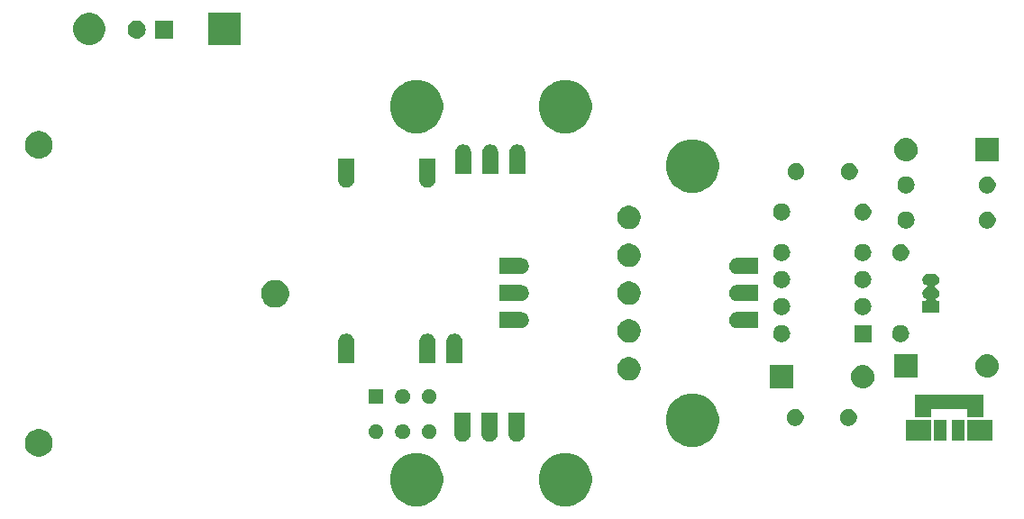
<source format=gbr>
%TF.GenerationSoftware,KiCad,Pcbnew,5.1.2*%
%TF.CreationDate,2019-07-27T12:22:43+10:00*%
%TF.ProjectId,bikePov,62696b65-506f-4762-9e6b-696361645f70,rev?*%
%TF.SameCoordinates,Original*%
%TF.FileFunction,Soldermask,Top*%
%TF.FilePolarity,Negative*%
%FSLAX46Y46*%
G04 Gerber Fmt 4.6, Leading zero omitted, Abs format (unit mm)*
G04 Created by KiCad (PCBNEW 5.1.2) date 2019-07-27 12:22:43*
%MOMM*%
%LPD*%
G04 APERTURE LIST*
%ADD10C,0.100000*%
G04 APERTURE END LIST*
D10*
G36*
X142715222Y-114182073D02*
G01*
X143170192Y-114370528D01*
X143170194Y-114370529D01*
X143186676Y-114381542D01*
X143579656Y-114644123D01*
X143927877Y-114992344D01*
X144201472Y-115401808D01*
X144389927Y-115856778D01*
X144486000Y-116339770D01*
X144486000Y-116832230D01*
X144389927Y-117315222D01*
X144201472Y-117770192D01*
X144201471Y-117770194D01*
X143927876Y-118179657D01*
X143579657Y-118527876D01*
X143170194Y-118801471D01*
X143170193Y-118801472D01*
X143170192Y-118801472D01*
X142715222Y-118989927D01*
X142232230Y-119086000D01*
X141739770Y-119086000D01*
X141256778Y-118989927D01*
X140801808Y-118801472D01*
X140801807Y-118801472D01*
X140801806Y-118801471D01*
X140392343Y-118527876D01*
X140044124Y-118179657D01*
X139770529Y-117770194D01*
X139770528Y-117770192D01*
X139582073Y-117315222D01*
X139486000Y-116832230D01*
X139486000Y-116339770D01*
X139582073Y-115856778D01*
X139770528Y-115401808D01*
X140044123Y-114992344D01*
X140392344Y-114644123D01*
X140785324Y-114381542D01*
X140801806Y-114370529D01*
X140801808Y-114370528D01*
X141256778Y-114182073D01*
X141739770Y-114086000D01*
X142232230Y-114086000D01*
X142715222Y-114182073D01*
X142715222Y-114182073D01*
G37*
G36*
X128745222Y-114182073D02*
G01*
X129200192Y-114370528D01*
X129200194Y-114370529D01*
X129216676Y-114381542D01*
X129609656Y-114644123D01*
X129957877Y-114992344D01*
X130231472Y-115401808D01*
X130419927Y-115856778D01*
X130516000Y-116339770D01*
X130516000Y-116832230D01*
X130419927Y-117315222D01*
X130231472Y-117770192D01*
X130231471Y-117770194D01*
X129957876Y-118179657D01*
X129609657Y-118527876D01*
X129200194Y-118801471D01*
X129200193Y-118801472D01*
X129200192Y-118801472D01*
X128745222Y-118989927D01*
X128262230Y-119086000D01*
X127769770Y-119086000D01*
X127286778Y-118989927D01*
X126831808Y-118801472D01*
X126831807Y-118801472D01*
X126831806Y-118801471D01*
X126422343Y-118527876D01*
X126074124Y-118179657D01*
X125800529Y-117770194D01*
X125800528Y-117770192D01*
X125612073Y-117315222D01*
X125516000Y-116832230D01*
X125516000Y-116339770D01*
X125612073Y-115856778D01*
X125800528Y-115401808D01*
X126074123Y-114992344D01*
X126422344Y-114644123D01*
X126815324Y-114381542D01*
X126831806Y-114370529D01*
X126831808Y-114370528D01*
X127286778Y-114182073D01*
X127769770Y-114086000D01*
X128262230Y-114086000D01*
X128745222Y-114182073D01*
X128745222Y-114182073D01*
G37*
G36*
X92911196Y-111881458D02*
G01*
X93147781Y-111979455D01*
X93360702Y-112121724D01*
X93541776Y-112302798D01*
X93670267Y-112495099D01*
X93684046Y-112515721D01*
X93712748Y-112585014D01*
X93781671Y-112751408D01*
X93782042Y-112752305D01*
X93830753Y-112997189D01*
X93832000Y-113003461D01*
X93832000Y-113259539D01*
X93782042Y-113510696D01*
X93684045Y-113747281D01*
X93541776Y-113960202D01*
X93360702Y-114141276D01*
X93147781Y-114283545D01*
X92911196Y-114381542D01*
X92660040Y-114431500D01*
X92403960Y-114431500D01*
X92152804Y-114381542D01*
X91916219Y-114283545D01*
X91703298Y-114141276D01*
X91522224Y-113960202D01*
X91379955Y-113747281D01*
X91281958Y-113510696D01*
X91232000Y-113259539D01*
X91232000Y-113003461D01*
X91233248Y-112997189D01*
X91281958Y-112752305D01*
X91282330Y-112751408D01*
X91351252Y-112585014D01*
X91379954Y-112515721D01*
X91393733Y-112495099D01*
X91522224Y-112302798D01*
X91703298Y-112121724D01*
X91916219Y-111979455D01*
X92152804Y-111881458D01*
X92403960Y-111831500D01*
X92660040Y-111831500D01*
X92911196Y-111881458D01*
X92911196Y-111881458D01*
G37*
G36*
X154653222Y-108594073D02*
G01*
X155108192Y-108782528D01*
X155108194Y-108782529D01*
X155314315Y-108920255D01*
X155517656Y-109056123D01*
X155865877Y-109404344D01*
X156139472Y-109813808D01*
X156327927Y-110268778D01*
X156424000Y-110751770D01*
X156424000Y-111244230D01*
X156327927Y-111727222D01*
X156139472Y-112182192D01*
X155865877Y-112591656D01*
X155517656Y-112939877D01*
X155422497Y-113003460D01*
X155108194Y-113213471D01*
X155108193Y-113213472D01*
X155108192Y-113213472D01*
X154653222Y-113401927D01*
X154170230Y-113498000D01*
X153677770Y-113498000D01*
X153194778Y-113401927D01*
X152739808Y-113213472D01*
X152739807Y-113213472D01*
X152739806Y-113213471D01*
X152425503Y-113003460D01*
X152330344Y-112939877D01*
X151982123Y-112591656D01*
X151708528Y-112182192D01*
X151520073Y-111727222D01*
X151424000Y-111244230D01*
X151424000Y-110751770D01*
X151520073Y-110268778D01*
X151708528Y-109813808D01*
X151982123Y-109404344D01*
X152330344Y-109056123D01*
X152533685Y-108920255D01*
X152739806Y-108782529D01*
X152739808Y-108782528D01*
X153194778Y-108594073D01*
X153677770Y-108498000D01*
X154170230Y-108498000D01*
X154653222Y-108594073D01*
X154653222Y-108594073D01*
G37*
G36*
X138163999Y-110267999D02*
G01*
X138164001Y-110268001D01*
X138164605Y-110274137D01*
X138164605Y-112139055D01*
X138167007Y-112163441D01*
X138171727Y-112187170D01*
X138172936Y-112199448D01*
X138172936Y-112336552D01*
X138171727Y-112348830D01*
X138144981Y-112483293D01*
X138141400Y-112495099D01*
X138088932Y-112621765D01*
X138083116Y-112632646D01*
X138006953Y-112746632D01*
X138003037Y-112751404D01*
X138003034Y-112751408D01*
X138003031Y-112751411D01*
X137999122Y-112756174D01*
X137902174Y-112853122D01*
X137897411Y-112857031D01*
X137897408Y-112857034D01*
X137897404Y-112857037D01*
X137892632Y-112860953D01*
X137778646Y-112937116D01*
X137767765Y-112942932D01*
X137641099Y-112995400D01*
X137629293Y-112998981D01*
X137494830Y-113025727D01*
X137482552Y-113026936D01*
X137345448Y-113026936D01*
X137333170Y-113025727D01*
X137198707Y-112998981D01*
X137186901Y-112995400D01*
X137060235Y-112942932D01*
X137049354Y-112937116D01*
X136935368Y-112860953D01*
X136930596Y-112857037D01*
X136930592Y-112857034D01*
X136930589Y-112857031D01*
X136925826Y-112853122D01*
X136828878Y-112756174D01*
X136824969Y-112751411D01*
X136824966Y-112751408D01*
X136824963Y-112751404D01*
X136821047Y-112746632D01*
X136744884Y-112632646D01*
X136739068Y-112621765D01*
X136686600Y-112495099D01*
X136683019Y-112483293D01*
X136656273Y-112348830D01*
X136655064Y-112336552D01*
X136655064Y-112199448D01*
X136656273Y-112187170D01*
X136660993Y-112163441D01*
X136663395Y-112139055D01*
X136663395Y-110274137D01*
X136663999Y-110268001D01*
X136664001Y-110267999D01*
X136670137Y-110267395D01*
X138157863Y-110267395D01*
X138163999Y-110267999D01*
X138163999Y-110267999D01*
G37*
G36*
X135623999Y-110267999D02*
G01*
X135624001Y-110268001D01*
X135624605Y-110274137D01*
X135624605Y-112139055D01*
X135627007Y-112163441D01*
X135631727Y-112187170D01*
X135632936Y-112199448D01*
X135632936Y-112336552D01*
X135631727Y-112348830D01*
X135604981Y-112483293D01*
X135601400Y-112495099D01*
X135548932Y-112621765D01*
X135543116Y-112632646D01*
X135466953Y-112746632D01*
X135463037Y-112751404D01*
X135463034Y-112751408D01*
X135463031Y-112751411D01*
X135459122Y-112756174D01*
X135362174Y-112853122D01*
X135357411Y-112857031D01*
X135357408Y-112857034D01*
X135357404Y-112857037D01*
X135352632Y-112860953D01*
X135238646Y-112937116D01*
X135227765Y-112942932D01*
X135101099Y-112995400D01*
X135089293Y-112998981D01*
X134954830Y-113025727D01*
X134942552Y-113026936D01*
X134805448Y-113026936D01*
X134793170Y-113025727D01*
X134658707Y-112998981D01*
X134646901Y-112995400D01*
X134520235Y-112942932D01*
X134509354Y-112937116D01*
X134395368Y-112860953D01*
X134390596Y-112857037D01*
X134390592Y-112857034D01*
X134390589Y-112857031D01*
X134385826Y-112853122D01*
X134288878Y-112756174D01*
X134284969Y-112751411D01*
X134284966Y-112751408D01*
X134284963Y-112751404D01*
X134281047Y-112746632D01*
X134204884Y-112632646D01*
X134199068Y-112621765D01*
X134146600Y-112495099D01*
X134143019Y-112483293D01*
X134116273Y-112348830D01*
X134115064Y-112336552D01*
X134115064Y-112199448D01*
X134116273Y-112187170D01*
X134120993Y-112163441D01*
X134123395Y-112139055D01*
X134123395Y-110274137D01*
X134123999Y-110268001D01*
X134124001Y-110267999D01*
X134130137Y-110267395D01*
X135617863Y-110267395D01*
X135623999Y-110267999D01*
X135623999Y-110267999D01*
G37*
G36*
X133083999Y-110267999D02*
G01*
X133084001Y-110268001D01*
X133084605Y-110274137D01*
X133084605Y-112139055D01*
X133087007Y-112163441D01*
X133091727Y-112187170D01*
X133092936Y-112199448D01*
X133092936Y-112336552D01*
X133091727Y-112348830D01*
X133064981Y-112483293D01*
X133061400Y-112495099D01*
X133008932Y-112621765D01*
X133003116Y-112632646D01*
X132926953Y-112746632D01*
X132923037Y-112751404D01*
X132923034Y-112751408D01*
X132923031Y-112751411D01*
X132919122Y-112756174D01*
X132822174Y-112853122D01*
X132817411Y-112857031D01*
X132817408Y-112857034D01*
X132817404Y-112857037D01*
X132812632Y-112860953D01*
X132698646Y-112937116D01*
X132687765Y-112942932D01*
X132561099Y-112995400D01*
X132549293Y-112998981D01*
X132414830Y-113025727D01*
X132402552Y-113026936D01*
X132265448Y-113026936D01*
X132253170Y-113025727D01*
X132118707Y-112998981D01*
X132106901Y-112995400D01*
X131980235Y-112942932D01*
X131969354Y-112937116D01*
X131855368Y-112860953D01*
X131850596Y-112857037D01*
X131850592Y-112857034D01*
X131850589Y-112857031D01*
X131845826Y-112853122D01*
X131748878Y-112756174D01*
X131744969Y-112751411D01*
X131744966Y-112751408D01*
X131744963Y-112751404D01*
X131741047Y-112746632D01*
X131664884Y-112632646D01*
X131659068Y-112621765D01*
X131606600Y-112495099D01*
X131603019Y-112483293D01*
X131576273Y-112348830D01*
X131575064Y-112336552D01*
X131575064Y-112199448D01*
X131576273Y-112187170D01*
X131580993Y-112163441D01*
X131583395Y-112139055D01*
X131583395Y-110274137D01*
X131583999Y-110268001D01*
X131584001Y-110267999D01*
X131590137Y-110267395D01*
X133077863Y-110267395D01*
X133083999Y-110267999D01*
X133083999Y-110267999D01*
G37*
G36*
X177801500Y-112894000D02*
G01*
X176626500Y-112894000D01*
X176626500Y-110994000D01*
X177801500Y-110994000D01*
X177801500Y-112894000D01*
X177801500Y-112894000D01*
G37*
G36*
X182151500Y-112894000D02*
G01*
X179776500Y-112894000D01*
X179776500Y-110994000D01*
X182151500Y-110994000D01*
X182151500Y-112894000D01*
X182151500Y-112894000D01*
G37*
G36*
X179481500Y-112894000D02*
G01*
X178306500Y-112894000D01*
X178306500Y-110994000D01*
X179481500Y-110994000D01*
X179481500Y-112894000D01*
X179481500Y-112894000D01*
G37*
G36*
X176331500Y-112894000D02*
G01*
X173956500Y-112894000D01*
X173956500Y-110994000D01*
X176331500Y-110994000D01*
X176331500Y-112894000D01*
X176331500Y-112894000D01*
G37*
G36*
X124410182Y-111402400D02*
G01*
X124537573Y-111455167D01*
X124537574Y-111455168D01*
X124652224Y-111531774D01*
X124749726Y-111629276D01*
X124749727Y-111629278D01*
X124826333Y-111743927D01*
X124879100Y-111871318D01*
X124906000Y-112006555D01*
X124906000Y-112144445D01*
X124879100Y-112279682D01*
X124826333Y-112407073D01*
X124826332Y-112407074D01*
X124749726Y-112521724D01*
X124652224Y-112619226D01*
X124648424Y-112621765D01*
X124537573Y-112695833D01*
X124410182Y-112748600D01*
X124274945Y-112775500D01*
X124137055Y-112775500D01*
X124001818Y-112748600D01*
X123874427Y-112695833D01*
X123763576Y-112621765D01*
X123759776Y-112619226D01*
X123662274Y-112521724D01*
X123585668Y-112407074D01*
X123585667Y-112407073D01*
X123532900Y-112279682D01*
X123506000Y-112144445D01*
X123506000Y-112006555D01*
X123532900Y-111871318D01*
X123585667Y-111743927D01*
X123662273Y-111629278D01*
X123662274Y-111629276D01*
X123759776Y-111531774D01*
X123874426Y-111455168D01*
X123874427Y-111455167D01*
X124001818Y-111402400D01*
X124137055Y-111375500D01*
X124274945Y-111375500D01*
X124410182Y-111402400D01*
X124410182Y-111402400D01*
G37*
G36*
X126910182Y-111402400D02*
G01*
X127037573Y-111455167D01*
X127037574Y-111455168D01*
X127152224Y-111531774D01*
X127249726Y-111629276D01*
X127249727Y-111629278D01*
X127326333Y-111743927D01*
X127379100Y-111871318D01*
X127406000Y-112006555D01*
X127406000Y-112144445D01*
X127379100Y-112279682D01*
X127326333Y-112407073D01*
X127326332Y-112407074D01*
X127249726Y-112521724D01*
X127152224Y-112619226D01*
X127148424Y-112621765D01*
X127037573Y-112695833D01*
X126910182Y-112748600D01*
X126774945Y-112775500D01*
X126637055Y-112775500D01*
X126501818Y-112748600D01*
X126374427Y-112695833D01*
X126263576Y-112621765D01*
X126259776Y-112619226D01*
X126162274Y-112521724D01*
X126085668Y-112407074D01*
X126085667Y-112407073D01*
X126032900Y-112279682D01*
X126006000Y-112144445D01*
X126006000Y-112006555D01*
X126032900Y-111871318D01*
X126085667Y-111743927D01*
X126162273Y-111629278D01*
X126162274Y-111629276D01*
X126259776Y-111531774D01*
X126374426Y-111455168D01*
X126374427Y-111455167D01*
X126501818Y-111402400D01*
X126637055Y-111375500D01*
X126774945Y-111375500D01*
X126910182Y-111402400D01*
X126910182Y-111402400D01*
G37*
G36*
X129410182Y-111402400D02*
G01*
X129537573Y-111455167D01*
X129537574Y-111455168D01*
X129652224Y-111531774D01*
X129749726Y-111629276D01*
X129749727Y-111629278D01*
X129826333Y-111743927D01*
X129879100Y-111871318D01*
X129906000Y-112006555D01*
X129906000Y-112144445D01*
X129879100Y-112279682D01*
X129826333Y-112407073D01*
X129826332Y-112407074D01*
X129749726Y-112521724D01*
X129652224Y-112619226D01*
X129648424Y-112621765D01*
X129537573Y-112695833D01*
X129410182Y-112748600D01*
X129274945Y-112775500D01*
X129137055Y-112775500D01*
X129001818Y-112748600D01*
X128874427Y-112695833D01*
X128763576Y-112621765D01*
X128759776Y-112619226D01*
X128662274Y-112521724D01*
X128585668Y-112407074D01*
X128585667Y-112407073D01*
X128532900Y-112279682D01*
X128506000Y-112144445D01*
X128506000Y-112006555D01*
X128532900Y-111871318D01*
X128585667Y-111743927D01*
X128662273Y-111629278D01*
X128662274Y-111629276D01*
X128759776Y-111531774D01*
X128874426Y-111455168D01*
X128874427Y-111455167D01*
X129001818Y-111402400D01*
X129137055Y-111375500D01*
X129274945Y-111375500D01*
X129410182Y-111402400D01*
X129410182Y-111402400D01*
G37*
G36*
X168809351Y-109974743D02*
G01*
X168954941Y-110035048D01*
X169085970Y-110122599D01*
X169197401Y-110234030D01*
X169284952Y-110365059D01*
X169345257Y-110510649D01*
X169376000Y-110665206D01*
X169376000Y-110822794D01*
X169345257Y-110977351D01*
X169284952Y-111122941D01*
X169197401Y-111253970D01*
X169085970Y-111365401D01*
X168954941Y-111452952D01*
X168809351Y-111513257D01*
X168654794Y-111544000D01*
X168497206Y-111544000D01*
X168342649Y-111513257D01*
X168197059Y-111452952D01*
X168066030Y-111365401D01*
X167954599Y-111253970D01*
X167867048Y-111122941D01*
X167806743Y-110977351D01*
X167776000Y-110822794D01*
X167776000Y-110665206D01*
X167806743Y-110510649D01*
X167867048Y-110365059D01*
X167954599Y-110234030D01*
X168066030Y-110122599D01*
X168197059Y-110035048D01*
X168342649Y-109974743D01*
X168497206Y-109944000D01*
X168654794Y-109944000D01*
X168809351Y-109974743D01*
X168809351Y-109974743D01*
G37*
G36*
X163809351Y-109974743D02*
G01*
X163954941Y-110035048D01*
X164085970Y-110122599D01*
X164197401Y-110234030D01*
X164284952Y-110365059D01*
X164345257Y-110510649D01*
X164376000Y-110665206D01*
X164376000Y-110822794D01*
X164345257Y-110977351D01*
X164284952Y-111122941D01*
X164197401Y-111253970D01*
X164085970Y-111365401D01*
X163954941Y-111452952D01*
X163809351Y-111513257D01*
X163654794Y-111544000D01*
X163497206Y-111544000D01*
X163342649Y-111513257D01*
X163197059Y-111452952D01*
X163066030Y-111365401D01*
X162954599Y-111253970D01*
X162867048Y-111122941D01*
X162806743Y-110977351D01*
X162776000Y-110822794D01*
X162776000Y-110665206D01*
X162806743Y-110510649D01*
X162867048Y-110365059D01*
X162954599Y-110234030D01*
X163066030Y-110122599D01*
X163197059Y-110035048D01*
X163342649Y-109974743D01*
X163497206Y-109944000D01*
X163654794Y-109944000D01*
X163809351Y-109974743D01*
X163809351Y-109974743D01*
G37*
G36*
X181254000Y-110694000D02*
G01*
X179779000Y-110694000D01*
X179779000Y-110098999D01*
X179776598Y-110074613D01*
X179769485Y-110051164D01*
X179757934Y-110029553D01*
X179742389Y-110010611D01*
X179723447Y-109995066D01*
X179701836Y-109983515D01*
X179678387Y-109976402D01*
X179654001Y-109974000D01*
X176453999Y-109974000D01*
X176429613Y-109976402D01*
X176406164Y-109983515D01*
X176384553Y-109995066D01*
X176365611Y-110010611D01*
X176350066Y-110029553D01*
X176338515Y-110051164D01*
X176331402Y-110074613D01*
X176329000Y-110098999D01*
X176329000Y-110694000D01*
X174854000Y-110694000D01*
X174854000Y-108594000D01*
X181254000Y-108594000D01*
X181254000Y-110694000D01*
X181254000Y-110694000D01*
G37*
G36*
X129410182Y-108102400D02*
G01*
X129537573Y-108155167D01*
X129537574Y-108155168D01*
X129652224Y-108231774D01*
X129749726Y-108329276D01*
X129749727Y-108329278D01*
X129826333Y-108443927D01*
X129879100Y-108571318D01*
X129906000Y-108706555D01*
X129906000Y-108844445D01*
X129879100Y-108979682D01*
X129826333Y-109107073D01*
X129826332Y-109107074D01*
X129749726Y-109221724D01*
X129652224Y-109319226D01*
X129594510Y-109357789D01*
X129537573Y-109395833D01*
X129410182Y-109448600D01*
X129274945Y-109475500D01*
X129137055Y-109475500D01*
X129001818Y-109448600D01*
X128874427Y-109395833D01*
X128817490Y-109357789D01*
X128759776Y-109319226D01*
X128662274Y-109221724D01*
X128585668Y-109107074D01*
X128585667Y-109107073D01*
X128532900Y-108979682D01*
X128506000Y-108844445D01*
X128506000Y-108706555D01*
X128532900Y-108571318D01*
X128585667Y-108443927D01*
X128662273Y-108329278D01*
X128662274Y-108329276D01*
X128759776Y-108231774D01*
X128874426Y-108155168D01*
X128874427Y-108155167D01*
X129001818Y-108102400D01*
X129137055Y-108075500D01*
X129274945Y-108075500D01*
X129410182Y-108102400D01*
X129410182Y-108102400D01*
G37*
G36*
X124906000Y-109475500D02*
G01*
X123506000Y-109475500D01*
X123506000Y-108075500D01*
X124906000Y-108075500D01*
X124906000Y-109475500D01*
X124906000Y-109475500D01*
G37*
G36*
X126910182Y-108102400D02*
G01*
X127037573Y-108155167D01*
X127037574Y-108155168D01*
X127152224Y-108231774D01*
X127249726Y-108329276D01*
X127249727Y-108329278D01*
X127326333Y-108443927D01*
X127379100Y-108571318D01*
X127406000Y-108706555D01*
X127406000Y-108844445D01*
X127379100Y-108979682D01*
X127326333Y-109107073D01*
X127326332Y-109107074D01*
X127249726Y-109221724D01*
X127152224Y-109319226D01*
X127094510Y-109357789D01*
X127037573Y-109395833D01*
X126910182Y-109448600D01*
X126774945Y-109475500D01*
X126637055Y-109475500D01*
X126501818Y-109448600D01*
X126374427Y-109395833D01*
X126317490Y-109357789D01*
X126259776Y-109319226D01*
X126162274Y-109221724D01*
X126085668Y-109107074D01*
X126085667Y-109107073D01*
X126032900Y-108979682D01*
X126006000Y-108844445D01*
X126006000Y-108706555D01*
X126032900Y-108571318D01*
X126085667Y-108443927D01*
X126162273Y-108329278D01*
X126162274Y-108329276D01*
X126259776Y-108231774D01*
X126374426Y-108155168D01*
X126374427Y-108155167D01*
X126501818Y-108102400D01*
X126637055Y-108075500D01*
X126774945Y-108075500D01*
X126910182Y-108102400D01*
X126910182Y-108102400D01*
G37*
G36*
X163406000Y-108034000D02*
G01*
X161206000Y-108034000D01*
X161206000Y-105834000D01*
X163406000Y-105834000D01*
X163406000Y-108034000D01*
X163406000Y-108034000D01*
G37*
G36*
X170060837Y-105841958D02*
G01*
X170141638Y-105849916D01*
X170295034Y-105896449D01*
X170348992Y-105912817D01*
X170540084Y-106014957D01*
X170707581Y-106152419D01*
X170845043Y-106319916D01*
X170947183Y-106511008D01*
X170947184Y-106511012D01*
X171010084Y-106718362D01*
X171031322Y-106934000D01*
X171010084Y-107149638D01*
X170986395Y-107227728D01*
X170947183Y-107356992D01*
X170845043Y-107548084D01*
X170707581Y-107715581D01*
X170540084Y-107853043D01*
X170348992Y-107955183D01*
X170295034Y-107971551D01*
X170141638Y-108018084D01*
X170060837Y-108026042D01*
X169980038Y-108034000D01*
X169871962Y-108034000D01*
X169791163Y-108026042D01*
X169710362Y-108018084D01*
X169556966Y-107971551D01*
X169503008Y-107955183D01*
X169311916Y-107853043D01*
X169144419Y-107715581D01*
X169006957Y-107548084D01*
X168904817Y-107356992D01*
X168865605Y-107227728D01*
X168841916Y-107149638D01*
X168820678Y-106934000D01*
X168841916Y-106718362D01*
X168904816Y-106511012D01*
X168904817Y-106511008D01*
X169006957Y-106319916D01*
X169144419Y-106152419D01*
X169311916Y-106014957D01*
X169503008Y-105912817D01*
X169556966Y-105896449D01*
X169710362Y-105849916D01*
X169791163Y-105841958D01*
X169871962Y-105834000D01*
X169980038Y-105834000D01*
X170060837Y-105841958D01*
X170060837Y-105841958D01*
G37*
G36*
X148280857Y-105112272D02*
G01*
X148481043Y-105195192D01*
X148481045Y-105195193D01*
X148571738Y-105255792D01*
X148661208Y-105315574D01*
X148814426Y-105468792D01*
X148874208Y-105558262D01*
X148923479Y-105632001D01*
X148934808Y-105648957D01*
X149017728Y-105849143D01*
X149060000Y-106061658D01*
X149060000Y-106278342D01*
X149017728Y-106490857D01*
X149000651Y-106532084D01*
X148934807Y-106691045D01*
X148814425Y-106871209D01*
X148661209Y-107024425D01*
X148481045Y-107144807D01*
X148481044Y-107144808D01*
X148481043Y-107144808D01*
X148280857Y-107227728D01*
X148068342Y-107270000D01*
X147851658Y-107270000D01*
X147639143Y-107227728D01*
X147438957Y-107144808D01*
X147438956Y-107144808D01*
X147438955Y-107144807D01*
X147258791Y-107024425D01*
X147105575Y-106871209D01*
X146985193Y-106691045D01*
X146919349Y-106532084D01*
X146902272Y-106490857D01*
X146860000Y-106278342D01*
X146860000Y-106061658D01*
X146902272Y-105849143D01*
X146985192Y-105648957D01*
X146996522Y-105632001D01*
X147045792Y-105558262D01*
X147105574Y-105468792D01*
X147258792Y-105315574D01*
X147348262Y-105255792D01*
X147438955Y-105195193D01*
X147438957Y-105195192D01*
X147639143Y-105112272D01*
X147851658Y-105070000D01*
X148068342Y-105070000D01*
X148280857Y-105112272D01*
X148280857Y-105112272D01*
G37*
G36*
X181744837Y-104825958D02*
G01*
X181825638Y-104833916D01*
X181979034Y-104880449D01*
X182032992Y-104896817D01*
X182224084Y-104998957D01*
X182391581Y-105136419D01*
X182529043Y-105303916D01*
X182631183Y-105495008D01*
X182631184Y-105495012D01*
X182694084Y-105702362D01*
X182715322Y-105918000D01*
X182694084Y-106133638D01*
X182650188Y-106278341D01*
X182631183Y-106340992D01*
X182529043Y-106532084D01*
X182391581Y-106699581D01*
X182224084Y-106837043D01*
X182032992Y-106939183D01*
X181979034Y-106955551D01*
X181825638Y-107002084D01*
X181744837Y-107010042D01*
X181664038Y-107018000D01*
X181555962Y-107018000D01*
X181475163Y-107010042D01*
X181394362Y-107002084D01*
X181240966Y-106955551D01*
X181187008Y-106939183D01*
X180995916Y-106837043D01*
X180828419Y-106699581D01*
X180690957Y-106532084D01*
X180588817Y-106340992D01*
X180569812Y-106278341D01*
X180525916Y-106133638D01*
X180504678Y-105918000D01*
X180525916Y-105702362D01*
X180588816Y-105495012D01*
X180588817Y-105495008D01*
X180690957Y-105303916D01*
X180828419Y-105136419D01*
X180995916Y-104998957D01*
X181187008Y-104896817D01*
X181240966Y-104880449D01*
X181394362Y-104833916D01*
X181475163Y-104825958D01*
X181555962Y-104818000D01*
X181664038Y-104818000D01*
X181744837Y-104825958D01*
X181744837Y-104825958D01*
G37*
G36*
X175090000Y-107018000D02*
G01*
X172890000Y-107018000D01*
X172890000Y-104818000D01*
X175090000Y-104818000D01*
X175090000Y-107018000D01*
X175090000Y-107018000D01*
G37*
G36*
X121492830Y-102874273D02*
G01*
X121627293Y-102901019D01*
X121639099Y-102904600D01*
X121765765Y-102957068D01*
X121776646Y-102962884D01*
X121890632Y-103039047D01*
X121895404Y-103042963D01*
X121895408Y-103042966D01*
X121895411Y-103042969D01*
X121900174Y-103046878D01*
X121997122Y-103143826D01*
X122001031Y-103148589D01*
X122001034Y-103148592D01*
X122001037Y-103148596D01*
X122004953Y-103153368D01*
X122081116Y-103267354D01*
X122086932Y-103278235D01*
X122139400Y-103404901D01*
X122142981Y-103416707D01*
X122169727Y-103551170D01*
X122170936Y-103563448D01*
X122170936Y-103700552D01*
X122169727Y-103712830D01*
X122165007Y-103736559D01*
X122162605Y-103760945D01*
X122162605Y-105625863D01*
X122162001Y-105631999D01*
X122161999Y-105632001D01*
X122155863Y-105632605D01*
X120668137Y-105632605D01*
X120662001Y-105632001D01*
X120661999Y-105631999D01*
X120661395Y-105625863D01*
X120661395Y-103760945D01*
X120658993Y-103736559D01*
X120654273Y-103712830D01*
X120653064Y-103700552D01*
X120653064Y-103563448D01*
X120654273Y-103551170D01*
X120681019Y-103416707D01*
X120684600Y-103404901D01*
X120737068Y-103278235D01*
X120742884Y-103267354D01*
X120819047Y-103153368D01*
X120822963Y-103148596D01*
X120822966Y-103148592D01*
X120822969Y-103148589D01*
X120826878Y-103143826D01*
X120923826Y-103046878D01*
X120928589Y-103042969D01*
X120928592Y-103042966D01*
X120928596Y-103042963D01*
X120933368Y-103039047D01*
X121047354Y-102962884D01*
X121058235Y-102957068D01*
X121184901Y-102904600D01*
X121196707Y-102901019D01*
X121331170Y-102874273D01*
X121343448Y-102873064D01*
X121480552Y-102873064D01*
X121492830Y-102874273D01*
X121492830Y-102874273D01*
G37*
G36*
X129112830Y-102874273D02*
G01*
X129247293Y-102901019D01*
X129259099Y-102904600D01*
X129385765Y-102957068D01*
X129396646Y-102962884D01*
X129510632Y-103039047D01*
X129515404Y-103042963D01*
X129515408Y-103042966D01*
X129515411Y-103042969D01*
X129520174Y-103046878D01*
X129617122Y-103143826D01*
X129621031Y-103148589D01*
X129621034Y-103148592D01*
X129621037Y-103148596D01*
X129624953Y-103153368D01*
X129701116Y-103267354D01*
X129706932Y-103278235D01*
X129759400Y-103404901D01*
X129762981Y-103416707D01*
X129789727Y-103551170D01*
X129790936Y-103563448D01*
X129790936Y-103700552D01*
X129789727Y-103712830D01*
X129785007Y-103736559D01*
X129782605Y-103760945D01*
X129782605Y-105625863D01*
X129782001Y-105631999D01*
X129781999Y-105632001D01*
X129775863Y-105632605D01*
X128288137Y-105632605D01*
X128282001Y-105632001D01*
X128281999Y-105631999D01*
X128281395Y-105625863D01*
X128281395Y-103760945D01*
X128278993Y-103736559D01*
X128274273Y-103712830D01*
X128273064Y-103700552D01*
X128273064Y-103563448D01*
X128274273Y-103551170D01*
X128301019Y-103416707D01*
X128304600Y-103404901D01*
X128357068Y-103278235D01*
X128362884Y-103267354D01*
X128439047Y-103153368D01*
X128442963Y-103148596D01*
X128442966Y-103148592D01*
X128442969Y-103148589D01*
X128446878Y-103143826D01*
X128543826Y-103046878D01*
X128548589Y-103042969D01*
X128548592Y-103042966D01*
X128548596Y-103042963D01*
X128553368Y-103039047D01*
X128667354Y-102962884D01*
X128678235Y-102957068D01*
X128804901Y-102904600D01*
X128816707Y-102901019D01*
X128951170Y-102874273D01*
X128963448Y-102873064D01*
X129100552Y-102873064D01*
X129112830Y-102874273D01*
X129112830Y-102874273D01*
G37*
G36*
X131652830Y-102874273D02*
G01*
X131787293Y-102901019D01*
X131799099Y-102904600D01*
X131925765Y-102957068D01*
X131936646Y-102962884D01*
X132050632Y-103039047D01*
X132055404Y-103042963D01*
X132055408Y-103042966D01*
X132055411Y-103042969D01*
X132060174Y-103046878D01*
X132157122Y-103143826D01*
X132161031Y-103148589D01*
X132161034Y-103148592D01*
X132161037Y-103148596D01*
X132164953Y-103153368D01*
X132241116Y-103267354D01*
X132246932Y-103278235D01*
X132299400Y-103404901D01*
X132302981Y-103416707D01*
X132329727Y-103551170D01*
X132330936Y-103563448D01*
X132330936Y-103700552D01*
X132329727Y-103712830D01*
X132325007Y-103736559D01*
X132322605Y-103760945D01*
X132322605Y-105625863D01*
X132322001Y-105631999D01*
X132321999Y-105632001D01*
X132315863Y-105632605D01*
X130828137Y-105632605D01*
X130822001Y-105632001D01*
X130821999Y-105631999D01*
X130821395Y-105625863D01*
X130821395Y-103760945D01*
X130818993Y-103736559D01*
X130814273Y-103712830D01*
X130813064Y-103700552D01*
X130813064Y-103563448D01*
X130814273Y-103551170D01*
X130841019Y-103416707D01*
X130844600Y-103404901D01*
X130897068Y-103278235D01*
X130902884Y-103267354D01*
X130979047Y-103153368D01*
X130982963Y-103148596D01*
X130982966Y-103148592D01*
X130982969Y-103148589D01*
X130986878Y-103143826D01*
X131083826Y-103046878D01*
X131088589Y-103042969D01*
X131088592Y-103042966D01*
X131088596Y-103042963D01*
X131093368Y-103039047D01*
X131207354Y-102962884D01*
X131218235Y-102957068D01*
X131344901Y-102904600D01*
X131356707Y-102901019D01*
X131491170Y-102874273D01*
X131503448Y-102873064D01*
X131640552Y-102873064D01*
X131652830Y-102874273D01*
X131652830Y-102874273D01*
G37*
G36*
X148280857Y-101552272D02*
G01*
X148481043Y-101635192D01*
X148481045Y-101635193D01*
X148661209Y-101755575D01*
X148814425Y-101908791D01*
X148931101Y-102083408D01*
X148934808Y-102088957D01*
X149017728Y-102289143D01*
X149060000Y-102501658D01*
X149060000Y-102718342D01*
X149017728Y-102930857D01*
X148969670Y-103046878D01*
X148934807Y-103131045D01*
X148814425Y-103311209D01*
X148661209Y-103464425D01*
X148481045Y-103584807D01*
X148481044Y-103584808D01*
X148481043Y-103584808D01*
X148280857Y-103667728D01*
X148068342Y-103710000D01*
X147851658Y-103710000D01*
X147639143Y-103667728D01*
X147438957Y-103584808D01*
X147438956Y-103584808D01*
X147438955Y-103584807D01*
X147258791Y-103464425D01*
X147105575Y-103311209D01*
X146985193Y-103131045D01*
X146950330Y-103046878D01*
X146902272Y-102930857D01*
X146860000Y-102718342D01*
X146860000Y-102501658D01*
X146902272Y-102289143D01*
X146985192Y-102088957D01*
X146988900Y-102083408D01*
X147105575Y-101908791D01*
X147258791Y-101755575D01*
X147438955Y-101635193D01*
X147438957Y-101635192D01*
X147639143Y-101552272D01*
X147851658Y-101510000D01*
X148068342Y-101510000D01*
X148280857Y-101552272D01*
X148280857Y-101552272D01*
G37*
G36*
X173560471Y-102073859D02*
G01*
X173638827Y-102081576D01*
X173789628Y-102127321D01*
X173789630Y-102127322D01*
X173928605Y-102201606D01*
X174050422Y-102301578D01*
X174150394Y-102423395D01*
X174192227Y-102501659D01*
X174224679Y-102562372D01*
X174270424Y-102713173D01*
X174285870Y-102870000D01*
X174270424Y-103026827D01*
X174233487Y-103148592D01*
X174224678Y-103177630D01*
X174150394Y-103316605D01*
X174050422Y-103438422D01*
X173928605Y-103538394D01*
X173789630Y-103612678D01*
X173789628Y-103612679D01*
X173638827Y-103658424D01*
X173560471Y-103666141D01*
X173521294Y-103670000D01*
X173442706Y-103670000D01*
X173403529Y-103666141D01*
X173325173Y-103658424D01*
X173174372Y-103612679D01*
X173174370Y-103612678D01*
X173035395Y-103538394D01*
X172913578Y-103438422D01*
X172813606Y-103316605D01*
X172739322Y-103177630D01*
X172730513Y-103148592D01*
X172693576Y-103026827D01*
X172678130Y-102870000D01*
X172693576Y-102713173D01*
X172739321Y-102562372D01*
X172771773Y-102501659D01*
X172813606Y-102423395D01*
X172913578Y-102301578D01*
X173035395Y-102201606D01*
X173174370Y-102127322D01*
X173174372Y-102127321D01*
X173325173Y-102081576D01*
X173403529Y-102073859D01*
X173442706Y-102070000D01*
X173521294Y-102070000D01*
X173560471Y-102073859D01*
X173560471Y-102073859D01*
G37*
G36*
X170726000Y-103670000D02*
G01*
X169126000Y-103670000D01*
X169126000Y-102070000D01*
X170726000Y-102070000D01*
X170726000Y-103670000D01*
X170726000Y-103670000D01*
G37*
G36*
X162384471Y-102073859D02*
G01*
X162462827Y-102081576D01*
X162613628Y-102127321D01*
X162613630Y-102127322D01*
X162752605Y-102201606D01*
X162874422Y-102301578D01*
X162974394Y-102423395D01*
X163016227Y-102501659D01*
X163048679Y-102562372D01*
X163094424Y-102713173D01*
X163109870Y-102870000D01*
X163094424Y-103026827D01*
X163057487Y-103148592D01*
X163048678Y-103177630D01*
X162974394Y-103316605D01*
X162874422Y-103438422D01*
X162752605Y-103538394D01*
X162613630Y-103612678D01*
X162613628Y-103612679D01*
X162462827Y-103658424D01*
X162384471Y-103666141D01*
X162345294Y-103670000D01*
X162266706Y-103670000D01*
X162227529Y-103666141D01*
X162149173Y-103658424D01*
X161998372Y-103612679D01*
X161998370Y-103612678D01*
X161859395Y-103538394D01*
X161737578Y-103438422D01*
X161637606Y-103316605D01*
X161563322Y-103177630D01*
X161554513Y-103148592D01*
X161517576Y-103026827D01*
X161502130Y-102870000D01*
X161517576Y-102713173D01*
X161563321Y-102562372D01*
X161595773Y-102501659D01*
X161637606Y-102423395D01*
X161737578Y-102301578D01*
X161859395Y-102201606D01*
X161998370Y-102127322D01*
X161998372Y-102127321D01*
X162149173Y-102081576D01*
X162227529Y-102073859D01*
X162266706Y-102070000D01*
X162345294Y-102070000D01*
X162384471Y-102073859D01*
X162384471Y-102073859D01*
G37*
G36*
X158195830Y-100842273D02*
G01*
X158219559Y-100846993D01*
X158243945Y-100849395D01*
X160108863Y-100849395D01*
X160114999Y-100849999D01*
X160115001Y-100850001D01*
X160115605Y-100856137D01*
X160115605Y-102343863D01*
X160115001Y-102349999D01*
X160114999Y-102350001D01*
X160108863Y-102350605D01*
X158243945Y-102350605D01*
X158219559Y-102353007D01*
X158195830Y-102357727D01*
X158183552Y-102358936D01*
X158046448Y-102358936D01*
X158034170Y-102357727D01*
X157899707Y-102330981D01*
X157887901Y-102327400D01*
X157761235Y-102274932D01*
X157750354Y-102269116D01*
X157636368Y-102192953D01*
X157631596Y-102189037D01*
X157631592Y-102189034D01*
X157631589Y-102189031D01*
X157626826Y-102185122D01*
X157529878Y-102088174D01*
X157525969Y-102083411D01*
X157525966Y-102083408D01*
X157525963Y-102083404D01*
X157522047Y-102078632D01*
X157445884Y-101964646D01*
X157440068Y-101953765D01*
X157387600Y-101827099D01*
X157384019Y-101815293D01*
X157357273Y-101680830D01*
X157356064Y-101668552D01*
X157356064Y-101531448D01*
X157357273Y-101519170D01*
X157384019Y-101384707D01*
X157387600Y-101372901D01*
X157440068Y-101246235D01*
X157445884Y-101235354D01*
X157522047Y-101121368D01*
X157525963Y-101116596D01*
X157525966Y-101116592D01*
X157525969Y-101116589D01*
X157529878Y-101111826D01*
X157626826Y-101014878D01*
X157631589Y-101010969D01*
X157631592Y-101010966D01*
X157631596Y-101010963D01*
X157636368Y-101007047D01*
X157750354Y-100930884D01*
X157761235Y-100925068D01*
X157887901Y-100872600D01*
X157899707Y-100869019D01*
X158034170Y-100842273D01*
X158046448Y-100841064D01*
X158183552Y-100841064D01*
X158195830Y-100842273D01*
X158195830Y-100842273D01*
G37*
G36*
X137875830Y-100842273D02*
G01*
X138010293Y-100869019D01*
X138022099Y-100872600D01*
X138148765Y-100925068D01*
X138159646Y-100930884D01*
X138273632Y-101007047D01*
X138278404Y-101010963D01*
X138278408Y-101010966D01*
X138278411Y-101010969D01*
X138283174Y-101014878D01*
X138380122Y-101111826D01*
X138384031Y-101116589D01*
X138384034Y-101116592D01*
X138384037Y-101116596D01*
X138387953Y-101121368D01*
X138464116Y-101235354D01*
X138469932Y-101246235D01*
X138522400Y-101372901D01*
X138525981Y-101384707D01*
X138552727Y-101519170D01*
X138553936Y-101531448D01*
X138553936Y-101668552D01*
X138552727Y-101680830D01*
X138525981Y-101815293D01*
X138522400Y-101827099D01*
X138469932Y-101953765D01*
X138464116Y-101964646D01*
X138387953Y-102078632D01*
X138384037Y-102083404D01*
X138384034Y-102083408D01*
X138384031Y-102083411D01*
X138380122Y-102088174D01*
X138283174Y-102185122D01*
X138278411Y-102189031D01*
X138278408Y-102189034D01*
X138278404Y-102189037D01*
X138273632Y-102192953D01*
X138159646Y-102269116D01*
X138148765Y-102274932D01*
X138022099Y-102327400D01*
X138010293Y-102330981D01*
X137875830Y-102357727D01*
X137863552Y-102358936D01*
X137726448Y-102358936D01*
X137714170Y-102357727D01*
X137690441Y-102353007D01*
X137666055Y-102350605D01*
X135801137Y-102350605D01*
X135795001Y-102350001D01*
X135794999Y-102349999D01*
X135794395Y-102343863D01*
X135794395Y-100856137D01*
X135794999Y-100850001D01*
X135795001Y-100849999D01*
X135801137Y-100849395D01*
X137666055Y-100849395D01*
X137690441Y-100846993D01*
X137714170Y-100842273D01*
X137726448Y-100841064D01*
X137863552Y-100841064D01*
X137875830Y-100842273D01*
X137875830Y-100842273D01*
G37*
G36*
X162384471Y-99533859D02*
G01*
X162462827Y-99541576D01*
X162613628Y-99587321D01*
X162613630Y-99587322D01*
X162752605Y-99661606D01*
X162857001Y-99747281D01*
X162874422Y-99761578D01*
X162974393Y-99883394D01*
X163048679Y-100022372D01*
X163094424Y-100173173D01*
X163109870Y-100330000D01*
X163094424Y-100486827D01*
X163048679Y-100637628D01*
X163048678Y-100637630D01*
X162974394Y-100776605D01*
X162874422Y-100898422D01*
X162752605Y-100998394D01*
X162613630Y-101072678D01*
X162613628Y-101072679D01*
X162462827Y-101118424D01*
X162384471Y-101126141D01*
X162345294Y-101130000D01*
X162266706Y-101130000D01*
X162227529Y-101126141D01*
X162149173Y-101118424D01*
X161998372Y-101072679D01*
X161998370Y-101072678D01*
X161859395Y-100998394D01*
X161737578Y-100898422D01*
X161637606Y-100776605D01*
X161563322Y-100637630D01*
X161563321Y-100637628D01*
X161517576Y-100486827D01*
X161502130Y-100330000D01*
X161517576Y-100173173D01*
X161563321Y-100022372D01*
X161637607Y-99883394D01*
X161737578Y-99761578D01*
X161754999Y-99747281D01*
X161859395Y-99661606D01*
X161998370Y-99587322D01*
X161998372Y-99587321D01*
X162149173Y-99541576D01*
X162227529Y-99533859D01*
X162266706Y-99530000D01*
X162345294Y-99530000D01*
X162384471Y-99533859D01*
X162384471Y-99533859D01*
G37*
G36*
X170004471Y-99533859D02*
G01*
X170082827Y-99541576D01*
X170233628Y-99587321D01*
X170233630Y-99587322D01*
X170372605Y-99661606D01*
X170477001Y-99747281D01*
X170494422Y-99761578D01*
X170594393Y-99883394D01*
X170668679Y-100022372D01*
X170714424Y-100173173D01*
X170729870Y-100330000D01*
X170714424Y-100486827D01*
X170668679Y-100637628D01*
X170668678Y-100637630D01*
X170594394Y-100776605D01*
X170494422Y-100898422D01*
X170372605Y-100998394D01*
X170233630Y-101072678D01*
X170233628Y-101072679D01*
X170082827Y-101118424D01*
X170004471Y-101126141D01*
X169965294Y-101130000D01*
X169886706Y-101130000D01*
X169847529Y-101126141D01*
X169769173Y-101118424D01*
X169618372Y-101072679D01*
X169618370Y-101072678D01*
X169479395Y-100998394D01*
X169357578Y-100898422D01*
X169257606Y-100776605D01*
X169183322Y-100637630D01*
X169183321Y-100637628D01*
X169137576Y-100486827D01*
X169122130Y-100330000D01*
X169137576Y-100173173D01*
X169183321Y-100022372D01*
X169257607Y-99883394D01*
X169357578Y-99761578D01*
X169374999Y-99747281D01*
X169479395Y-99661606D01*
X169618370Y-99587322D01*
X169618372Y-99587321D01*
X169769173Y-99541576D01*
X169847529Y-99533859D01*
X169886706Y-99530000D01*
X169965294Y-99530000D01*
X170004471Y-99533859D01*
X170004471Y-99533859D01*
G37*
G36*
X176643452Y-97242653D02*
G01*
X176697319Y-97247958D01*
X176769984Y-97270001D01*
X176800998Y-97279409D01*
X176896538Y-97330476D01*
X176980290Y-97399210D01*
X177049024Y-97482962D01*
X177100091Y-97578502D01*
X177100092Y-97578506D01*
X177131542Y-97682181D01*
X177142161Y-97790000D01*
X177131542Y-97897819D01*
X177116676Y-97946825D01*
X177100091Y-98001498D01*
X177049024Y-98097038D01*
X176980290Y-98180790D01*
X176896538Y-98249524D01*
X176800998Y-98300591D01*
X176785200Y-98305383D01*
X176762561Y-98314761D01*
X176742187Y-98328374D01*
X176724860Y-98345701D01*
X176711246Y-98366076D01*
X176701869Y-98388714D01*
X176697088Y-98412748D01*
X176697088Y-98437252D01*
X176701868Y-98461285D01*
X176711246Y-98483924D01*
X176724859Y-98504298D01*
X176742186Y-98521625D01*
X176762561Y-98535239D01*
X176785200Y-98544617D01*
X176800998Y-98549409D01*
X176896538Y-98600476D01*
X176980290Y-98669210D01*
X177049024Y-98752962D01*
X177100091Y-98848502D01*
X177100092Y-98848506D01*
X177131542Y-98952181D01*
X177142161Y-99060000D01*
X177131542Y-99167819D01*
X177131383Y-99168342D01*
X177100091Y-99271498D01*
X177049024Y-99367038D01*
X177049022Y-99367041D01*
X177049021Y-99367042D01*
X176980290Y-99450790D01*
X176896542Y-99519521D01*
X176849317Y-99544763D01*
X176828946Y-99558375D01*
X176811619Y-99575702D01*
X176798005Y-99596076D01*
X176788628Y-99618715D01*
X176783847Y-99642748D01*
X176783847Y-99667252D01*
X176788627Y-99691286D01*
X176798004Y-99713925D01*
X176811618Y-99734299D01*
X176828945Y-99751626D01*
X176849319Y-99765240D01*
X176871958Y-99774617D01*
X176895991Y-99779398D01*
X176908244Y-99780000D01*
X177139500Y-99780000D01*
X177139500Y-100880000D01*
X175539500Y-100880000D01*
X175539500Y-99780000D01*
X175770756Y-99780000D01*
X175795142Y-99777598D01*
X175818591Y-99770485D01*
X175840202Y-99758934D01*
X175859144Y-99743389D01*
X175874689Y-99724447D01*
X175886240Y-99702836D01*
X175893353Y-99679387D01*
X175895755Y-99655001D01*
X175893353Y-99630615D01*
X175886240Y-99607166D01*
X175874689Y-99585555D01*
X175859144Y-99566613D01*
X175840202Y-99551068D01*
X175829687Y-99544765D01*
X175782458Y-99519521D01*
X175698710Y-99450790D01*
X175629979Y-99367042D01*
X175629978Y-99367041D01*
X175629976Y-99367038D01*
X175578909Y-99271498D01*
X175547617Y-99168342D01*
X175547458Y-99167819D01*
X175536839Y-99060000D01*
X175547458Y-98952181D01*
X175578908Y-98848506D01*
X175578909Y-98848502D01*
X175629976Y-98752962D01*
X175698710Y-98669210D01*
X175782462Y-98600476D01*
X175878002Y-98549409D01*
X175893800Y-98544617D01*
X175916439Y-98535239D01*
X175936813Y-98521626D01*
X175954140Y-98504299D01*
X175967754Y-98483924D01*
X175977131Y-98461286D01*
X175981912Y-98437252D01*
X175981912Y-98412748D01*
X175977132Y-98388715D01*
X175967754Y-98366076D01*
X175954141Y-98345702D01*
X175936814Y-98328375D01*
X175916439Y-98314761D01*
X175893800Y-98305383D01*
X175878002Y-98300591D01*
X175782462Y-98249524D01*
X175698710Y-98180790D01*
X175629976Y-98097038D01*
X175578909Y-98001498D01*
X175562324Y-97946825D01*
X175547458Y-97897819D01*
X175536839Y-97790000D01*
X175547458Y-97682181D01*
X175578908Y-97578506D01*
X175578909Y-97578502D01*
X175629976Y-97482962D01*
X175698710Y-97399210D01*
X175782462Y-97330476D01*
X175878002Y-97279409D01*
X175909016Y-97270001D01*
X175981681Y-97247958D01*
X176035548Y-97242653D01*
X176062481Y-97240000D01*
X176616519Y-97240000D01*
X176643452Y-97242653D01*
X176643452Y-97242653D01*
G37*
G36*
X115111196Y-97881458D02*
G01*
X115347781Y-97979455D01*
X115560702Y-98121724D01*
X115741776Y-98302798D01*
X115884045Y-98515719D01*
X115884046Y-98515721D01*
X115910018Y-98578424D01*
X115976591Y-98739143D01*
X115982042Y-98752305D01*
X116032000Y-99003460D01*
X116032000Y-99259540D01*
X116027692Y-99281197D01*
X115982042Y-99510696D01*
X115884045Y-99747281D01*
X115741776Y-99960202D01*
X115560702Y-100141276D01*
X115347781Y-100283545D01*
X115111196Y-100381542D01*
X114985617Y-100406521D01*
X114860040Y-100431500D01*
X114603960Y-100431500D01*
X114352804Y-100381542D01*
X114116219Y-100283545D01*
X113903298Y-100141276D01*
X113722224Y-99960202D01*
X113579955Y-99747281D01*
X113481958Y-99510696D01*
X113436308Y-99281197D01*
X113432000Y-99259540D01*
X113432000Y-99003460D01*
X113481958Y-98752305D01*
X113487410Y-98739143D01*
X113553982Y-98578424D01*
X113579954Y-98515721D01*
X113579955Y-98515719D01*
X113722224Y-98302798D01*
X113903298Y-98121724D01*
X114116219Y-97979455D01*
X114352804Y-97881458D01*
X114603960Y-97831500D01*
X114860040Y-97831500D01*
X115111196Y-97881458D01*
X115111196Y-97881458D01*
G37*
G36*
X148280857Y-98002272D02*
G01*
X148481043Y-98085192D01*
X148481045Y-98085193D01*
X148661209Y-98205575D01*
X148814425Y-98358791D01*
X148930614Y-98532679D01*
X148934808Y-98538957D01*
X149017728Y-98739143D01*
X149060000Y-98951658D01*
X149060000Y-99168342D01*
X149017728Y-99380857D01*
X148948423Y-99548174D01*
X148934807Y-99581045D01*
X148885391Y-99655001D01*
X148823732Y-99747281D01*
X148814425Y-99761209D01*
X148661209Y-99914425D01*
X148481045Y-100034807D01*
X148481044Y-100034808D01*
X148481043Y-100034808D01*
X148280857Y-100117728D01*
X148068342Y-100160000D01*
X147851658Y-100160000D01*
X147639143Y-100117728D01*
X147438957Y-100034808D01*
X147438956Y-100034808D01*
X147438955Y-100034807D01*
X147258791Y-99914425D01*
X147105575Y-99761209D01*
X147096269Y-99747281D01*
X147034609Y-99655001D01*
X146985193Y-99581045D01*
X146971577Y-99548174D01*
X146902272Y-99380857D01*
X146860000Y-99168342D01*
X146860000Y-98951658D01*
X146902272Y-98739143D01*
X146985192Y-98538957D01*
X146989387Y-98532679D01*
X147105575Y-98358791D01*
X147258791Y-98205575D01*
X147438955Y-98085193D01*
X147438957Y-98085192D01*
X147639143Y-98002272D01*
X147851658Y-97960000D01*
X148068342Y-97960000D01*
X148280857Y-98002272D01*
X148280857Y-98002272D01*
G37*
G36*
X158195830Y-98302273D02*
G01*
X158219559Y-98306993D01*
X158243945Y-98309395D01*
X160108863Y-98309395D01*
X160114999Y-98309999D01*
X160115001Y-98310001D01*
X160115605Y-98316137D01*
X160115605Y-99803863D01*
X160115001Y-99809999D01*
X160114999Y-99810001D01*
X160108863Y-99810605D01*
X158243945Y-99810605D01*
X158219559Y-99813007D01*
X158195830Y-99817727D01*
X158183552Y-99818936D01*
X158046448Y-99818936D01*
X158034170Y-99817727D01*
X157899707Y-99790981D01*
X157887901Y-99787400D01*
X157761235Y-99734932D01*
X157750354Y-99729116D01*
X157636368Y-99652953D01*
X157631596Y-99649037D01*
X157631592Y-99649034D01*
X157631589Y-99649031D01*
X157626826Y-99645122D01*
X157529878Y-99548174D01*
X157525969Y-99543411D01*
X157525966Y-99543408D01*
X157525963Y-99543404D01*
X157522047Y-99538632D01*
X157445884Y-99424646D01*
X157440068Y-99413765D01*
X157387600Y-99287099D01*
X157384019Y-99275293D01*
X157357273Y-99140830D01*
X157356064Y-99128552D01*
X157356064Y-98991448D01*
X157357273Y-98979170D01*
X157384019Y-98844707D01*
X157387600Y-98832901D01*
X157440068Y-98706235D01*
X157445884Y-98695354D01*
X157522047Y-98581368D01*
X157525963Y-98576596D01*
X157525966Y-98576592D01*
X157525969Y-98576589D01*
X157529878Y-98571826D01*
X157626826Y-98474878D01*
X157631589Y-98470969D01*
X157631592Y-98470966D01*
X157631596Y-98470963D01*
X157636368Y-98467047D01*
X157750354Y-98390884D01*
X157761235Y-98385068D01*
X157887901Y-98332600D01*
X157899707Y-98329019D01*
X158034170Y-98302273D01*
X158046448Y-98301064D01*
X158183552Y-98301064D01*
X158195830Y-98302273D01*
X158195830Y-98302273D01*
G37*
G36*
X137875830Y-98302273D02*
G01*
X138010293Y-98329019D01*
X138022099Y-98332600D01*
X138148765Y-98385068D01*
X138159646Y-98390884D01*
X138273632Y-98467047D01*
X138278404Y-98470963D01*
X138278408Y-98470966D01*
X138278411Y-98470969D01*
X138283174Y-98474878D01*
X138380122Y-98571826D01*
X138384031Y-98576589D01*
X138384034Y-98576592D01*
X138384037Y-98576596D01*
X138387953Y-98581368D01*
X138464116Y-98695354D01*
X138469932Y-98706235D01*
X138522400Y-98832901D01*
X138525981Y-98844707D01*
X138552727Y-98979170D01*
X138553936Y-98991448D01*
X138553936Y-99128552D01*
X138552727Y-99140830D01*
X138525981Y-99275293D01*
X138522400Y-99287099D01*
X138469932Y-99413765D01*
X138464116Y-99424646D01*
X138387953Y-99538632D01*
X138384037Y-99543404D01*
X138384034Y-99543408D01*
X138384031Y-99543411D01*
X138380122Y-99548174D01*
X138283174Y-99645122D01*
X138278411Y-99649031D01*
X138278408Y-99649034D01*
X138278404Y-99649037D01*
X138273632Y-99652953D01*
X138159646Y-99729116D01*
X138148765Y-99734932D01*
X138022099Y-99787400D01*
X138010293Y-99790981D01*
X137875830Y-99817727D01*
X137863552Y-99818936D01*
X137726448Y-99818936D01*
X137714170Y-99817727D01*
X137690441Y-99813007D01*
X137666055Y-99810605D01*
X135801137Y-99810605D01*
X135795001Y-99810001D01*
X135794999Y-99809999D01*
X135794395Y-99803863D01*
X135794395Y-98316137D01*
X135794999Y-98310001D01*
X135795001Y-98309999D01*
X135801137Y-98309395D01*
X137666055Y-98309395D01*
X137690441Y-98306993D01*
X137714170Y-98302273D01*
X137726448Y-98301064D01*
X137863552Y-98301064D01*
X137875830Y-98302273D01*
X137875830Y-98302273D01*
G37*
G36*
X170004471Y-96993859D02*
G01*
X170082827Y-97001576D01*
X170233628Y-97047321D01*
X170233630Y-97047322D01*
X170372605Y-97121606D01*
X170494422Y-97221578D01*
X170541882Y-97279408D01*
X170594393Y-97343394D01*
X170668679Y-97482372D01*
X170714424Y-97633173D01*
X170729870Y-97790000D01*
X170714424Y-97946827D01*
X170668679Y-98097628D01*
X170668678Y-98097630D01*
X170594394Y-98236605D01*
X170494422Y-98358422D01*
X170372605Y-98458394D01*
X170254307Y-98521626D01*
X170233628Y-98532679D01*
X170082827Y-98578424D01*
X170004471Y-98586141D01*
X169965294Y-98590000D01*
X169886706Y-98590000D01*
X169847529Y-98586141D01*
X169769173Y-98578424D01*
X169618372Y-98532679D01*
X169597693Y-98521626D01*
X169479395Y-98458394D01*
X169357578Y-98358422D01*
X169257606Y-98236605D01*
X169183322Y-98097630D01*
X169183321Y-98097628D01*
X169137576Y-97946827D01*
X169122130Y-97790000D01*
X169137576Y-97633173D01*
X169183321Y-97482372D01*
X169257607Y-97343394D01*
X169310119Y-97279408D01*
X169357578Y-97221578D01*
X169479395Y-97121606D01*
X169618370Y-97047322D01*
X169618372Y-97047321D01*
X169769173Y-97001576D01*
X169847529Y-96993859D01*
X169886706Y-96990000D01*
X169965294Y-96990000D01*
X170004471Y-96993859D01*
X170004471Y-96993859D01*
G37*
G36*
X162384471Y-96993859D02*
G01*
X162462827Y-97001576D01*
X162613628Y-97047321D01*
X162613630Y-97047322D01*
X162752605Y-97121606D01*
X162874422Y-97221578D01*
X162921882Y-97279408D01*
X162974393Y-97343394D01*
X163048679Y-97482372D01*
X163094424Y-97633173D01*
X163109870Y-97790000D01*
X163094424Y-97946827D01*
X163048679Y-98097628D01*
X163048678Y-98097630D01*
X162974394Y-98236605D01*
X162874422Y-98358422D01*
X162752605Y-98458394D01*
X162634307Y-98521626D01*
X162613628Y-98532679D01*
X162462827Y-98578424D01*
X162384471Y-98586141D01*
X162345294Y-98590000D01*
X162266706Y-98590000D01*
X162227529Y-98586141D01*
X162149173Y-98578424D01*
X161998372Y-98532679D01*
X161977693Y-98521626D01*
X161859395Y-98458394D01*
X161737578Y-98358422D01*
X161637606Y-98236605D01*
X161563322Y-98097630D01*
X161563321Y-98097628D01*
X161517576Y-97946827D01*
X161502130Y-97790000D01*
X161517576Y-97633173D01*
X161563321Y-97482372D01*
X161637607Y-97343394D01*
X161690119Y-97279408D01*
X161737578Y-97221578D01*
X161859395Y-97121606D01*
X161998370Y-97047322D01*
X161998372Y-97047321D01*
X162149173Y-97001576D01*
X162227529Y-96993859D01*
X162266706Y-96990000D01*
X162345294Y-96990000D01*
X162384471Y-96993859D01*
X162384471Y-96993859D01*
G37*
G36*
X137875830Y-95762273D02*
G01*
X138010293Y-95789019D01*
X138022099Y-95792600D01*
X138148765Y-95845068D01*
X138159646Y-95850884D01*
X138273632Y-95927047D01*
X138278404Y-95930963D01*
X138278408Y-95930966D01*
X138278411Y-95930969D01*
X138283174Y-95934878D01*
X138380122Y-96031826D01*
X138384031Y-96036589D01*
X138384034Y-96036592D01*
X138384037Y-96036596D01*
X138387953Y-96041368D01*
X138464116Y-96155354D01*
X138469932Y-96166235D01*
X138522400Y-96292901D01*
X138525981Y-96304707D01*
X138552727Y-96439170D01*
X138553936Y-96451448D01*
X138553936Y-96588552D01*
X138552727Y-96600830D01*
X138525981Y-96735293D01*
X138522400Y-96747099D01*
X138469932Y-96873765D01*
X138464116Y-96884646D01*
X138387953Y-96998632D01*
X138384037Y-97003404D01*
X138384034Y-97003408D01*
X138384031Y-97003411D01*
X138380122Y-97008174D01*
X138283174Y-97105122D01*
X138278411Y-97109031D01*
X138278408Y-97109034D01*
X138278404Y-97109037D01*
X138273632Y-97112953D01*
X138159646Y-97189116D01*
X138148765Y-97194932D01*
X138022099Y-97247400D01*
X138010293Y-97250981D01*
X137875830Y-97277727D01*
X137863552Y-97278936D01*
X137726448Y-97278936D01*
X137714170Y-97277727D01*
X137690441Y-97273007D01*
X137666055Y-97270605D01*
X135801137Y-97270605D01*
X135795001Y-97270001D01*
X135794999Y-97269999D01*
X135794395Y-97263863D01*
X135794395Y-95776137D01*
X135794999Y-95770001D01*
X135795001Y-95769999D01*
X135801137Y-95769395D01*
X137666055Y-95769395D01*
X137690441Y-95766993D01*
X137714170Y-95762273D01*
X137726448Y-95761064D01*
X137863552Y-95761064D01*
X137875830Y-95762273D01*
X137875830Y-95762273D01*
G37*
G36*
X158195830Y-95762273D02*
G01*
X158219559Y-95766993D01*
X158243945Y-95769395D01*
X160108863Y-95769395D01*
X160114999Y-95769999D01*
X160115001Y-95770001D01*
X160115605Y-95776137D01*
X160115605Y-97263863D01*
X160115001Y-97269999D01*
X160114999Y-97270001D01*
X160108863Y-97270605D01*
X158243945Y-97270605D01*
X158219559Y-97273007D01*
X158195830Y-97277727D01*
X158183552Y-97278936D01*
X158046448Y-97278936D01*
X158034170Y-97277727D01*
X157899707Y-97250981D01*
X157887901Y-97247400D01*
X157761235Y-97194932D01*
X157750354Y-97189116D01*
X157636368Y-97112953D01*
X157631596Y-97109037D01*
X157631592Y-97109034D01*
X157631589Y-97109031D01*
X157626826Y-97105122D01*
X157529878Y-97008174D01*
X157525969Y-97003411D01*
X157525966Y-97003408D01*
X157525963Y-97003404D01*
X157522047Y-96998632D01*
X157445884Y-96884646D01*
X157440068Y-96873765D01*
X157387600Y-96747099D01*
X157384019Y-96735293D01*
X157357273Y-96600830D01*
X157356064Y-96588552D01*
X157356064Y-96451448D01*
X157357273Y-96439170D01*
X157384019Y-96304707D01*
X157387600Y-96292901D01*
X157440068Y-96166235D01*
X157445884Y-96155354D01*
X157522047Y-96041368D01*
X157525963Y-96036596D01*
X157525966Y-96036592D01*
X157525969Y-96036589D01*
X157529878Y-96031826D01*
X157626826Y-95934878D01*
X157631589Y-95930969D01*
X157631592Y-95930966D01*
X157631596Y-95930963D01*
X157636368Y-95927047D01*
X157750354Y-95850884D01*
X157761235Y-95845068D01*
X157887901Y-95792600D01*
X157899707Y-95789019D01*
X158034170Y-95762273D01*
X158046448Y-95761064D01*
X158183552Y-95761064D01*
X158195830Y-95762273D01*
X158195830Y-95762273D01*
G37*
G36*
X148280857Y-94452272D02*
G01*
X148481043Y-94535192D01*
X148481045Y-94535193D01*
X148489809Y-94541049D01*
X148661208Y-94655574D01*
X148814426Y-94808792D01*
X148934808Y-94988957D01*
X149017728Y-95189143D01*
X149060000Y-95401658D01*
X149060000Y-95618342D01*
X149017728Y-95830857D01*
X148964669Y-95958952D01*
X148934807Y-96031045D01*
X148814425Y-96211209D01*
X148661209Y-96364425D01*
X148481045Y-96484807D01*
X148481044Y-96484808D01*
X148481043Y-96484808D01*
X148280857Y-96567728D01*
X148068342Y-96610000D01*
X147851658Y-96610000D01*
X147639143Y-96567728D01*
X147438957Y-96484808D01*
X147438956Y-96484808D01*
X147438955Y-96484807D01*
X147258791Y-96364425D01*
X147105575Y-96211209D01*
X146985193Y-96031045D01*
X146955331Y-95958952D01*
X146902272Y-95830857D01*
X146860000Y-95618342D01*
X146860000Y-95401658D01*
X146902272Y-95189143D01*
X146985192Y-94988957D01*
X147105574Y-94808792D01*
X147258792Y-94655574D01*
X147430191Y-94541049D01*
X147438955Y-94535193D01*
X147438957Y-94535192D01*
X147639143Y-94452272D01*
X147851658Y-94410000D01*
X148068342Y-94410000D01*
X148280857Y-94452272D01*
X148280857Y-94452272D01*
G37*
G36*
X170004471Y-94453859D02*
G01*
X170082827Y-94461576D01*
X170233628Y-94507321D01*
X170233630Y-94507322D01*
X170372605Y-94581606D01*
X170494422Y-94681578D01*
X170594394Y-94803395D01*
X170630561Y-94871058D01*
X170668679Y-94942372D01*
X170714424Y-95093173D01*
X170729870Y-95250000D01*
X170714424Y-95406827D01*
X170668679Y-95557628D01*
X170668678Y-95557630D01*
X170594394Y-95696605D01*
X170494422Y-95818422D01*
X170372605Y-95918394D01*
X170233630Y-95992678D01*
X170233628Y-95992679D01*
X170082827Y-96038424D01*
X170004471Y-96046141D01*
X169965294Y-96050000D01*
X169886706Y-96050000D01*
X169847529Y-96046141D01*
X169769173Y-96038424D01*
X169618372Y-95992679D01*
X169618370Y-95992678D01*
X169479395Y-95918394D01*
X169357578Y-95818422D01*
X169257606Y-95696605D01*
X169183322Y-95557630D01*
X169183321Y-95557628D01*
X169137576Y-95406827D01*
X169122130Y-95250000D01*
X169137576Y-95093173D01*
X169183321Y-94942372D01*
X169221439Y-94871058D01*
X169257606Y-94803395D01*
X169357578Y-94681578D01*
X169479395Y-94581606D01*
X169618370Y-94507322D01*
X169618372Y-94507321D01*
X169769173Y-94461576D01*
X169847529Y-94453859D01*
X169886706Y-94450000D01*
X169965294Y-94450000D01*
X170004471Y-94453859D01*
X170004471Y-94453859D01*
G37*
G36*
X173715351Y-94480743D02*
G01*
X173860941Y-94541048D01*
X173991970Y-94628599D01*
X174103401Y-94740030D01*
X174190952Y-94871059D01*
X174251257Y-95016649D01*
X174282000Y-95171206D01*
X174282000Y-95328794D01*
X174251257Y-95483351D01*
X174190952Y-95628941D01*
X174103401Y-95759970D01*
X173991970Y-95871401D01*
X173860941Y-95958952D01*
X173715351Y-96019257D01*
X173560794Y-96050000D01*
X173403206Y-96050000D01*
X173248649Y-96019257D01*
X173103059Y-95958952D01*
X172972030Y-95871401D01*
X172860599Y-95759970D01*
X172773048Y-95628941D01*
X172712743Y-95483351D01*
X172682000Y-95328794D01*
X172682000Y-95171206D01*
X172712743Y-95016649D01*
X172773048Y-94871059D01*
X172860599Y-94740030D01*
X172972030Y-94628599D01*
X173103059Y-94541048D01*
X173248649Y-94480743D01*
X173403206Y-94450000D01*
X173560794Y-94450000D01*
X173715351Y-94480743D01*
X173715351Y-94480743D01*
G37*
G36*
X162384471Y-94453859D02*
G01*
X162462827Y-94461576D01*
X162613628Y-94507321D01*
X162613630Y-94507322D01*
X162752605Y-94581606D01*
X162874422Y-94681578D01*
X162974394Y-94803395D01*
X163010561Y-94871058D01*
X163048679Y-94942372D01*
X163094424Y-95093173D01*
X163109870Y-95250000D01*
X163094424Y-95406827D01*
X163048679Y-95557628D01*
X163048678Y-95557630D01*
X162974394Y-95696605D01*
X162874422Y-95818422D01*
X162752605Y-95918394D01*
X162613630Y-95992678D01*
X162613628Y-95992679D01*
X162462827Y-96038424D01*
X162384471Y-96046141D01*
X162345294Y-96050000D01*
X162266706Y-96050000D01*
X162227529Y-96046141D01*
X162149173Y-96038424D01*
X161998372Y-95992679D01*
X161998370Y-95992678D01*
X161859395Y-95918394D01*
X161737578Y-95818422D01*
X161637606Y-95696605D01*
X161563322Y-95557630D01*
X161563321Y-95557628D01*
X161517576Y-95406827D01*
X161502130Y-95250000D01*
X161517576Y-95093173D01*
X161563321Y-94942372D01*
X161601439Y-94871058D01*
X161637606Y-94803395D01*
X161737578Y-94681578D01*
X161859395Y-94581606D01*
X161998370Y-94507322D01*
X161998372Y-94507321D01*
X162149173Y-94461576D01*
X162227529Y-94453859D01*
X162266706Y-94450000D01*
X162345294Y-94450000D01*
X162384471Y-94453859D01*
X162384471Y-94453859D01*
G37*
G36*
X148280857Y-90892272D02*
G01*
X148481043Y-90975192D01*
X148481045Y-90975193D01*
X148508286Y-90993395D01*
X148661208Y-91095574D01*
X148814426Y-91248792D01*
X148934808Y-91428957D01*
X149017728Y-91629143D01*
X149060000Y-91841658D01*
X149060000Y-92058342D01*
X149017728Y-92270857D01*
X148949592Y-92435351D01*
X148934807Y-92471045D01*
X148909025Y-92509630D01*
X148814426Y-92651208D01*
X148661208Y-92804426D01*
X148571738Y-92864208D01*
X148481045Y-92924807D01*
X148481044Y-92924808D01*
X148481043Y-92924808D01*
X148280857Y-93007728D01*
X148068342Y-93050000D01*
X147851658Y-93050000D01*
X147639143Y-93007728D01*
X147438957Y-92924808D01*
X147438956Y-92924808D01*
X147438955Y-92924807D01*
X147348262Y-92864208D01*
X147258792Y-92804426D01*
X147105574Y-92651208D01*
X147010975Y-92509630D01*
X146985193Y-92471045D01*
X146970408Y-92435351D01*
X146902272Y-92270857D01*
X146860000Y-92058342D01*
X146860000Y-91841658D01*
X146902272Y-91629143D01*
X146985192Y-91428957D01*
X147105574Y-91248792D01*
X147258792Y-91095574D01*
X147411714Y-90993395D01*
X147438955Y-90975193D01*
X147438957Y-90975192D01*
X147639143Y-90892272D01*
X147851658Y-90850000D01*
X148068342Y-90850000D01*
X148280857Y-90892272D01*
X148280857Y-90892272D01*
G37*
G36*
X181843351Y-91432743D02*
G01*
X181988941Y-91493048D01*
X182119970Y-91580599D01*
X182231401Y-91692030D01*
X182318952Y-91823059D01*
X182379257Y-91968649D01*
X182410000Y-92123206D01*
X182410000Y-92280794D01*
X182379257Y-92435351D01*
X182318952Y-92580941D01*
X182231401Y-92711970D01*
X182119970Y-92823401D01*
X181988941Y-92910952D01*
X181843351Y-92971257D01*
X181688794Y-93002000D01*
X181531206Y-93002000D01*
X181376649Y-92971257D01*
X181231059Y-92910952D01*
X181100030Y-92823401D01*
X180988599Y-92711970D01*
X180901048Y-92580941D01*
X180840743Y-92435351D01*
X180810000Y-92280794D01*
X180810000Y-92123206D01*
X180840743Y-91968649D01*
X180901048Y-91823059D01*
X180988599Y-91692030D01*
X181100030Y-91580599D01*
X181231059Y-91493048D01*
X181376649Y-91432743D01*
X181531206Y-91402000D01*
X181688794Y-91402000D01*
X181843351Y-91432743D01*
X181843351Y-91432743D01*
G37*
G36*
X174068471Y-91405859D02*
G01*
X174146827Y-91413576D01*
X174297628Y-91459321D01*
X174297630Y-91459322D01*
X174436605Y-91533606D01*
X174558422Y-91633578D01*
X174658394Y-91755395D01*
X174728528Y-91886606D01*
X174732679Y-91894372D01*
X174778424Y-92045173D01*
X174793870Y-92202000D01*
X174778424Y-92358827D01*
X174744383Y-92471045D01*
X174732678Y-92509630D01*
X174658394Y-92648605D01*
X174558422Y-92770422D01*
X174436605Y-92870394D01*
X174334806Y-92924807D01*
X174297628Y-92944679D01*
X174146827Y-92990424D01*
X174068471Y-92998141D01*
X174029294Y-93002000D01*
X173950706Y-93002000D01*
X173911529Y-92998141D01*
X173833173Y-92990424D01*
X173682372Y-92944679D01*
X173645194Y-92924807D01*
X173543395Y-92870394D01*
X173421578Y-92770422D01*
X173321606Y-92648605D01*
X173247322Y-92509630D01*
X173235617Y-92471045D01*
X173201576Y-92358827D01*
X173186130Y-92202000D01*
X173201576Y-92045173D01*
X173247321Y-91894372D01*
X173251472Y-91886606D01*
X173321606Y-91755395D01*
X173421578Y-91633578D01*
X173543395Y-91533606D01*
X173682370Y-91459322D01*
X173682372Y-91459321D01*
X173833173Y-91413576D01*
X173911529Y-91405859D01*
X173950706Y-91402000D01*
X174029294Y-91402000D01*
X174068471Y-91405859D01*
X174068471Y-91405859D01*
G37*
G36*
X170159351Y-90670743D02*
G01*
X170304941Y-90731048D01*
X170435970Y-90818599D01*
X170547401Y-90930030D01*
X170634952Y-91061059D01*
X170695257Y-91206649D01*
X170726000Y-91361206D01*
X170726000Y-91518794D01*
X170695257Y-91673351D01*
X170634952Y-91818941D01*
X170547401Y-91949970D01*
X170435970Y-92061401D01*
X170304941Y-92148952D01*
X170159351Y-92209257D01*
X170004794Y-92240000D01*
X169847206Y-92240000D01*
X169692649Y-92209257D01*
X169547059Y-92148952D01*
X169416030Y-92061401D01*
X169304599Y-91949970D01*
X169217048Y-91818941D01*
X169156743Y-91673351D01*
X169126000Y-91518794D01*
X169126000Y-91361206D01*
X169156743Y-91206649D01*
X169217048Y-91061059D01*
X169304599Y-90930030D01*
X169416030Y-90818599D01*
X169547059Y-90731048D01*
X169692649Y-90670743D01*
X169847206Y-90640000D01*
X170004794Y-90640000D01*
X170159351Y-90670743D01*
X170159351Y-90670743D01*
G37*
G36*
X162384471Y-90643859D02*
G01*
X162462827Y-90651576D01*
X162613628Y-90697321D01*
X162613630Y-90697322D01*
X162752605Y-90771606D01*
X162874422Y-90871578D01*
X162974394Y-90993395D01*
X163048678Y-91132370D01*
X163048679Y-91132372D01*
X163094424Y-91283173D01*
X163109870Y-91440000D01*
X163094424Y-91596827D01*
X163065544Y-91692030D01*
X163048678Y-91747630D01*
X162974394Y-91886605D01*
X162874422Y-92008422D01*
X162752605Y-92108394D01*
X162613630Y-92182678D01*
X162613628Y-92182679D01*
X162462827Y-92228424D01*
X162384471Y-92236141D01*
X162345294Y-92240000D01*
X162266706Y-92240000D01*
X162227529Y-92236141D01*
X162149173Y-92228424D01*
X161998372Y-92182679D01*
X161998370Y-92182678D01*
X161859395Y-92108394D01*
X161737578Y-92008422D01*
X161637606Y-91886605D01*
X161563322Y-91747630D01*
X161546456Y-91692030D01*
X161517576Y-91596827D01*
X161502130Y-91440000D01*
X161517576Y-91283173D01*
X161563321Y-91132372D01*
X161563322Y-91132370D01*
X161637606Y-90993395D01*
X161737578Y-90871578D01*
X161859395Y-90771606D01*
X161998370Y-90697322D01*
X161998372Y-90697321D01*
X162149173Y-90651576D01*
X162227529Y-90643859D01*
X162266706Y-90640000D01*
X162345294Y-90640000D01*
X162384471Y-90643859D01*
X162384471Y-90643859D01*
G37*
G36*
X181843351Y-88130743D02*
G01*
X181988941Y-88191048D01*
X182119970Y-88278599D01*
X182231401Y-88390030D01*
X182318952Y-88521059D01*
X182379257Y-88666649D01*
X182410000Y-88821206D01*
X182410000Y-88978794D01*
X182379257Y-89133351D01*
X182318952Y-89278941D01*
X182231401Y-89409970D01*
X182119970Y-89521401D01*
X181988941Y-89608952D01*
X181843351Y-89669257D01*
X181688794Y-89700000D01*
X181531206Y-89700000D01*
X181376649Y-89669257D01*
X181231059Y-89608952D01*
X181100030Y-89521401D01*
X180988599Y-89409970D01*
X180901048Y-89278941D01*
X180840743Y-89133351D01*
X180810000Y-88978794D01*
X180810000Y-88821206D01*
X180840743Y-88666649D01*
X180901048Y-88521059D01*
X180988599Y-88390030D01*
X181100030Y-88278599D01*
X181231059Y-88191048D01*
X181376649Y-88130743D01*
X181531206Y-88100000D01*
X181688794Y-88100000D01*
X181843351Y-88130743D01*
X181843351Y-88130743D01*
G37*
G36*
X174068471Y-88103859D02*
G01*
X174146827Y-88111576D01*
X174297628Y-88157321D01*
X174297630Y-88157322D01*
X174436605Y-88231606D01*
X174558422Y-88331578D01*
X174658394Y-88453395D01*
X174668782Y-88472830D01*
X174732679Y-88592372D01*
X174778424Y-88743173D01*
X174793870Y-88900000D01*
X174778424Y-89056827D01*
X174749876Y-89150936D01*
X174732678Y-89207630D01*
X174658394Y-89346605D01*
X174558422Y-89468422D01*
X174436605Y-89568394D01*
X174297630Y-89642678D01*
X174297628Y-89642679D01*
X174146827Y-89688424D01*
X174068471Y-89696141D01*
X174029294Y-89700000D01*
X173950706Y-89700000D01*
X173911529Y-89696141D01*
X173833173Y-89688424D01*
X173682372Y-89642679D01*
X173682370Y-89642678D01*
X173543395Y-89568394D01*
X173421578Y-89468422D01*
X173321606Y-89346605D01*
X173247322Y-89207630D01*
X173230124Y-89150936D01*
X173201576Y-89056827D01*
X173186130Y-88900000D01*
X173201576Y-88743173D01*
X173247321Y-88592372D01*
X173311218Y-88472830D01*
X173321606Y-88453395D01*
X173421578Y-88331578D01*
X173543395Y-88231606D01*
X173682370Y-88157322D01*
X173682372Y-88157321D01*
X173833173Y-88111576D01*
X173911529Y-88103859D01*
X173950706Y-88100000D01*
X174029294Y-88100000D01*
X174068471Y-88103859D01*
X174068471Y-88103859D01*
G37*
G36*
X154653222Y-84718073D02*
G01*
X155108192Y-84906528D01*
X155108194Y-84906529D01*
X155253261Y-85003460D01*
X155517656Y-85180123D01*
X155865877Y-85528344D01*
X156139472Y-85937808D01*
X156327927Y-86392778D01*
X156424000Y-86875770D01*
X156424000Y-87368230D01*
X156327927Y-87851222D01*
X156170366Y-88231607D01*
X156139471Y-88306194D01*
X156083453Y-88390030D01*
X155865877Y-88715656D01*
X155517656Y-89063877D01*
X155413681Y-89133351D01*
X155108194Y-89337471D01*
X155108193Y-89337472D01*
X155108192Y-89337472D01*
X154653222Y-89525927D01*
X154170230Y-89622000D01*
X153677770Y-89622000D01*
X153194778Y-89525927D01*
X152739808Y-89337472D01*
X152739807Y-89337472D01*
X152739806Y-89337471D01*
X152434319Y-89133351D01*
X152330344Y-89063877D01*
X151982123Y-88715656D01*
X151764547Y-88390030D01*
X151708529Y-88306194D01*
X151677634Y-88231607D01*
X151520073Y-87851222D01*
X151424000Y-87368230D01*
X151424000Y-86875770D01*
X151520073Y-86392778D01*
X151708528Y-85937808D01*
X151982123Y-85528344D01*
X152330344Y-85180123D01*
X152594739Y-85003460D01*
X152739806Y-84906529D01*
X152739808Y-84906528D01*
X153194778Y-84718073D01*
X153677770Y-84622000D01*
X154170230Y-84622000D01*
X154653222Y-84718073D01*
X154653222Y-84718073D01*
G37*
G36*
X122161999Y-86391999D02*
G01*
X122162001Y-86392001D01*
X122162605Y-86398137D01*
X122162605Y-88263055D01*
X122165007Y-88287441D01*
X122169727Y-88311170D01*
X122170936Y-88323448D01*
X122170936Y-88460552D01*
X122169727Y-88472830D01*
X122142981Y-88607293D01*
X122139400Y-88619099D01*
X122086932Y-88745765D01*
X122081116Y-88756646D01*
X122004953Y-88870632D01*
X122001037Y-88875404D01*
X122001034Y-88875408D01*
X122001031Y-88875411D01*
X121997122Y-88880174D01*
X121900174Y-88977122D01*
X121895411Y-88981031D01*
X121895408Y-88981034D01*
X121895404Y-88981037D01*
X121890632Y-88984953D01*
X121776646Y-89061116D01*
X121765765Y-89066932D01*
X121639099Y-89119400D01*
X121627293Y-89122981D01*
X121492830Y-89149727D01*
X121480552Y-89150936D01*
X121343448Y-89150936D01*
X121331170Y-89149727D01*
X121196707Y-89122981D01*
X121184901Y-89119400D01*
X121058235Y-89066932D01*
X121047354Y-89061116D01*
X120933368Y-88984953D01*
X120928596Y-88981037D01*
X120928592Y-88981034D01*
X120928589Y-88981031D01*
X120923826Y-88977122D01*
X120826878Y-88880174D01*
X120822969Y-88875411D01*
X120822966Y-88875408D01*
X120822963Y-88875404D01*
X120819047Y-88870632D01*
X120742884Y-88756646D01*
X120737068Y-88745765D01*
X120684600Y-88619099D01*
X120681019Y-88607293D01*
X120654273Y-88472830D01*
X120653064Y-88460552D01*
X120653064Y-88323448D01*
X120654273Y-88311170D01*
X120658993Y-88287441D01*
X120661395Y-88263055D01*
X120661395Y-86398137D01*
X120661999Y-86392001D01*
X120662001Y-86391999D01*
X120668137Y-86391395D01*
X122155863Y-86391395D01*
X122161999Y-86391999D01*
X122161999Y-86391999D01*
G37*
G36*
X129781999Y-86391999D02*
G01*
X129782001Y-86392001D01*
X129782605Y-86398137D01*
X129782605Y-88263055D01*
X129785007Y-88287441D01*
X129789727Y-88311170D01*
X129790936Y-88323448D01*
X129790936Y-88460552D01*
X129789727Y-88472830D01*
X129762981Y-88607293D01*
X129759400Y-88619099D01*
X129706932Y-88745765D01*
X129701116Y-88756646D01*
X129624953Y-88870632D01*
X129621037Y-88875404D01*
X129621034Y-88875408D01*
X129621031Y-88875411D01*
X129617122Y-88880174D01*
X129520174Y-88977122D01*
X129515411Y-88981031D01*
X129515408Y-88981034D01*
X129515404Y-88981037D01*
X129510632Y-88984953D01*
X129396646Y-89061116D01*
X129385765Y-89066932D01*
X129259099Y-89119400D01*
X129247293Y-89122981D01*
X129112830Y-89149727D01*
X129100552Y-89150936D01*
X128963448Y-89150936D01*
X128951170Y-89149727D01*
X128816707Y-89122981D01*
X128804901Y-89119400D01*
X128678235Y-89066932D01*
X128667354Y-89061116D01*
X128553368Y-88984953D01*
X128548596Y-88981037D01*
X128548592Y-88981034D01*
X128548589Y-88981031D01*
X128543826Y-88977122D01*
X128446878Y-88880174D01*
X128442969Y-88875411D01*
X128442966Y-88875408D01*
X128442963Y-88875404D01*
X128439047Y-88870632D01*
X128362884Y-88756646D01*
X128357068Y-88745765D01*
X128304600Y-88619099D01*
X128301019Y-88607293D01*
X128274273Y-88472830D01*
X128273064Y-88460552D01*
X128273064Y-88323448D01*
X128274273Y-88311170D01*
X128278993Y-88287441D01*
X128281395Y-88263055D01*
X128281395Y-86398137D01*
X128281999Y-86392001D01*
X128282001Y-86391999D01*
X128288137Y-86391395D01*
X129775863Y-86391395D01*
X129781999Y-86391999D01*
X129781999Y-86391999D01*
G37*
G36*
X168889351Y-86860743D02*
G01*
X169034941Y-86921048D01*
X169165970Y-87008599D01*
X169277401Y-87120030D01*
X169364952Y-87251059D01*
X169425257Y-87396649D01*
X169456000Y-87551206D01*
X169456000Y-87708794D01*
X169425257Y-87863351D01*
X169364952Y-88008941D01*
X169277401Y-88139970D01*
X169165970Y-88251401D01*
X169034941Y-88338952D01*
X168889351Y-88399257D01*
X168734794Y-88430000D01*
X168577206Y-88430000D01*
X168422649Y-88399257D01*
X168277059Y-88338952D01*
X168146030Y-88251401D01*
X168034599Y-88139970D01*
X167947048Y-88008941D01*
X167886743Y-87863351D01*
X167856000Y-87708794D01*
X167856000Y-87551206D01*
X167886743Y-87396649D01*
X167947048Y-87251059D01*
X168034599Y-87120030D01*
X168146030Y-87008599D01*
X168277059Y-86921048D01*
X168422649Y-86860743D01*
X168577206Y-86830000D01*
X168734794Y-86830000D01*
X168889351Y-86860743D01*
X168889351Y-86860743D01*
G37*
G36*
X163889351Y-86860743D02*
G01*
X164034941Y-86921048D01*
X164165970Y-87008599D01*
X164277401Y-87120030D01*
X164364952Y-87251059D01*
X164425257Y-87396649D01*
X164456000Y-87551206D01*
X164456000Y-87708794D01*
X164425257Y-87863351D01*
X164364952Y-88008941D01*
X164277401Y-88139970D01*
X164165970Y-88251401D01*
X164034941Y-88338952D01*
X163889351Y-88399257D01*
X163734794Y-88430000D01*
X163577206Y-88430000D01*
X163422649Y-88399257D01*
X163277059Y-88338952D01*
X163146030Y-88251401D01*
X163034599Y-88139970D01*
X162947048Y-88008941D01*
X162886743Y-87863351D01*
X162856000Y-87708794D01*
X162856000Y-87551206D01*
X162886743Y-87396649D01*
X162947048Y-87251059D01*
X163034599Y-87120030D01*
X163146030Y-87008599D01*
X163277059Y-86921048D01*
X163422649Y-86860743D01*
X163577206Y-86830000D01*
X163734794Y-86830000D01*
X163889351Y-86860743D01*
X163889351Y-86860743D01*
G37*
G36*
X132478330Y-85094273D02*
G01*
X132612793Y-85121019D01*
X132624599Y-85124600D01*
X132751265Y-85177068D01*
X132762146Y-85182884D01*
X132876132Y-85259047D01*
X132880904Y-85262963D01*
X132880908Y-85262966D01*
X132880911Y-85262969D01*
X132885674Y-85266878D01*
X132982622Y-85363826D01*
X132986531Y-85368589D01*
X132986534Y-85368592D01*
X132986537Y-85368596D01*
X132990453Y-85373368D01*
X133066616Y-85487354D01*
X133072432Y-85498235D01*
X133124900Y-85624901D01*
X133128481Y-85636707D01*
X133155227Y-85771170D01*
X133156436Y-85783448D01*
X133156436Y-85920552D01*
X133155227Y-85932830D01*
X133150507Y-85956559D01*
X133148105Y-85980945D01*
X133148105Y-87845863D01*
X133147501Y-87851999D01*
X133147499Y-87852001D01*
X133141363Y-87852605D01*
X131653637Y-87852605D01*
X131647501Y-87852001D01*
X131647499Y-87851999D01*
X131646895Y-87845863D01*
X131646895Y-85980945D01*
X131644493Y-85956559D01*
X131639773Y-85932830D01*
X131638564Y-85920552D01*
X131638564Y-85783448D01*
X131639773Y-85771170D01*
X131666519Y-85636707D01*
X131670100Y-85624901D01*
X131722568Y-85498235D01*
X131728384Y-85487354D01*
X131804547Y-85373368D01*
X131808463Y-85368596D01*
X131808466Y-85368592D01*
X131808469Y-85368589D01*
X131812378Y-85363826D01*
X131909326Y-85266878D01*
X131914089Y-85262969D01*
X131914092Y-85262966D01*
X131914096Y-85262963D01*
X131918868Y-85259047D01*
X132032854Y-85182884D01*
X132043735Y-85177068D01*
X132170401Y-85124600D01*
X132182207Y-85121019D01*
X132316670Y-85094273D01*
X132328948Y-85093064D01*
X132466052Y-85093064D01*
X132478330Y-85094273D01*
X132478330Y-85094273D01*
G37*
G36*
X135018330Y-85094273D02*
G01*
X135152793Y-85121019D01*
X135164599Y-85124600D01*
X135291265Y-85177068D01*
X135302146Y-85182884D01*
X135416132Y-85259047D01*
X135420904Y-85262963D01*
X135420908Y-85262966D01*
X135420911Y-85262969D01*
X135425674Y-85266878D01*
X135522622Y-85363826D01*
X135526531Y-85368589D01*
X135526534Y-85368592D01*
X135526537Y-85368596D01*
X135530453Y-85373368D01*
X135606616Y-85487354D01*
X135612432Y-85498235D01*
X135664900Y-85624901D01*
X135668481Y-85636707D01*
X135695227Y-85771170D01*
X135696436Y-85783448D01*
X135696436Y-85920552D01*
X135695227Y-85932830D01*
X135690507Y-85956559D01*
X135688105Y-85980945D01*
X135688105Y-87845863D01*
X135687501Y-87851999D01*
X135687499Y-87852001D01*
X135681363Y-87852605D01*
X134193637Y-87852605D01*
X134187501Y-87852001D01*
X134187499Y-87851999D01*
X134186895Y-87845863D01*
X134186895Y-85980945D01*
X134184493Y-85956559D01*
X134179773Y-85932830D01*
X134178564Y-85920552D01*
X134178564Y-85783448D01*
X134179773Y-85771170D01*
X134206519Y-85636707D01*
X134210100Y-85624901D01*
X134262568Y-85498235D01*
X134268384Y-85487354D01*
X134344547Y-85373368D01*
X134348463Y-85368596D01*
X134348466Y-85368592D01*
X134348469Y-85368589D01*
X134352378Y-85363826D01*
X134449326Y-85266878D01*
X134454089Y-85262969D01*
X134454092Y-85262966D01*
X134454096Y-85262963D01*
X134458868Y-85259047D01*
X134572854Y-85182884D01*
X134583735Y-85177068D01*
X134710401Y-85124600D01*
X134722207Y-85121019D01*
X134856670Y-85094273D01*
X134868948Y-85093064D01*
X135006052Y-85093064D01*
X135018330Y-85094273D01*
X135018330Y-85094273D01*
G37*
G36*
X137558330Y-85094273D02*
G01*
X137692793Y-85121019D01*
X137704599Y-85124600D01*
X137831265Y-85177068D01*
X137842146Y-85182884D01*
X137956132Y-85259047D01*
X137960904Y-85262963D01*
X137960908Y-85262966D01*
X137960911Y-85262969D01*
X137965674Y-85266878D01*
X138062622Y-85363826D01*
X138066531Y-85368589D01*
X138066534Y-85368592D01*
X138066537Y-85368596D01*
X138070453Y-85373368D01*
X138146616Y-85487354D01*
X138152432Y-85498235D01*
X138204900Y-85624901D01*
X138208481Y-85636707D01*
X138235227Y-85771170D01*
X138236436Y-85783448D01*
X138236436Y-85920552D01*
X138235227Y-85932830D01*
X138230507Y-85956559D01*
X138228105Y-85980945D01*
X138228105Y-87845863D01*
X138227501Y-87851999D01*
X138227499Y-87852001D01*
X138221363Y-87852605D01*
X136733637Y-87852605D01*
X136727501Y-87852001D01*
X136727499Y-87851999D01*
X136726895Y-87845863D01*
X136726895Y-85980945D01*
X136724493Y-85956559D01*
X136719773Y-85932830D01*
X136718564Y-85920552D01*
X136718564Y-85783448D01*
X136719773Y-85771170D01*
X136746519Y-85636707D01*
X136750100Y-85624901D01*
X136802568Y-85498235D01*
X136808384Y-85487354D01*
X136884547Y-85373368D01*
X136888463Y-85368596D01*
X136888466Y-85368592D01*
X136888469Y-85368589D01*
X136892378Y-85363826D01*
X136989326Y-85266878D01*
X136994089Y-85262969D01*
X136994092Y-85262966D01*
X136994096Y-85262963D01*
X136998868Y-85259047D01*
X137112854Y-85182884D01*
X137123735Y-85177068D01*
X137250401Y-85124600D01*
X137262207Y-85121019D01*
X137396670Y-85094273D01*
X137408948Y-85093064D01*
X137546052Y-85093064D01*
X137558330Y-85094273D01*
X137558330Y-85094273D01*
G37*
G36*
X174124837Y-84505958D02*
G01*
X174205638Y-84513916D01*
X174359034Y-84560449D01*
X174412992Y-84576817D01*
X174604084Y-84678957D01*
X174771581Y-84816419D01*
X174909043Y-84983916D01*
X175011183Y-85175008D01*
X175012735Y-85180124D01*
X175074084Y-85382362D01*
X175095322Y-85598000D01*
X175074084Y-85813638D01*
X175041651Y-85920552D01*
X175011183Y-86020992D01*
X174909043Y-86212084D01*
X174771581Y-86379581D01*
X174604084Y-86517043D01*
X174412992Y-86619183D01*
X174359034Y-86635551D01*
X174205638Y-86682084D01*
X174124837Y-86690042D01*
X174044038Y-86698000D01*
X173935962Y-86698000D01*
X173855163Y-86690042D01*
X173774362Y-86682084D01*
X173620966Y-86635551D01*
X173567008Y-86619183D01*
X173375916Y-86517043D01*
X173208419Y-86379581D01*
X173070957Y-86212084D01*
X172968817Y-86020992D01*
X172938349Y-85920552D01*
X172905916Y-85813638D01*
X172884678Y-85598000D01*
X172905916Y-85382362D01*
X172967265Y-85180124D01*
X172968817Y-85175008D01*
X173070957Y-84983916D01*
X173208419Y-84816419D01*
X173375916Y-84678957D01*
X173567008Y-84576817D01*
X173620966Y-84560449D01*
X173774362Y-84513916D01*
X173855163Y-84505958D01*
X173935962Y-84498000D01*
X174044038Y-84498000D01*
X174124837Y-84505958D01*
X174124837Y-84505958D01*
G37*
G36*
X182710000Y-86698000D02*
G01*
X180510000Y-86698000D01*
X180510000Y-84498000D01*
X182710000Y-84498000D01*
X182710000Y-86698000D01*
X182710000Y-86698000D01*
G37*
G36*
X92785617Y-83856479D02*
G01*
X92911196Y-83881458D01*
X93147781Y-83979455D01*
X93360702Y-84121724D01*
X93541776Y-84302798D01*
X93684045Y-84515719D01*
X93751661Y-84678957D01*
X93782042Y-84752305D01*
X93832000Y-85003460D01*
X93832000Y-85259540D01*
X93830540Y-85266878D01*
X93782042Y-85510696D01*
X93684045Y-85747281D01*
X93541776Y-85960202D01*
X93360702Y-86141276D01*
X93147781Y-86283545D01*
X92911196Y-86381542D01*
X92827767Y-86398137D01*
X92660040Y-86431500D01*
X92403960Y-86431500D01*
X92236233Y-86398137D01*
X92152804Y-86381542D01*
X91916219Y-86283545D01*
X91703298Y-86141276D01*
X91522224Y-85960202D01*
X91379955Y-85747281D01*
X91281958Y-85510696D01*
X91233460Y-85266878D01*
X91232000Y-85259540D01*
X91232000Y-85003460D01*
X91281958Y-84752305D01*
X91312340Y-84678957D01*
X91379955Y-84515719D01*
X91522224Y-84302798D01*
X91703298Y-84121724D01*
X91916219Y-83979455D01*
X92152804Y-83881458D01*
X92278383Y-83856479D01*
X92403960Y-83831500D01*
X92660040Y-83831500D01*
X92785617Y-83856479D01*
X92785617Y-83856479D01*
G37*
G36*
X142715222Y-79130073D02*
G01*
X143170192Y-79318528D01*
X143170194Y-79318529D01*
X143376315Y-79456255D01*
X143579656Y-79592123D01*
X143927877Y-79940344D01*
X144201472Y-80349808D01*
X144389927Y-80804778D01*
X144486000Y-81287770D01*
X144486000Y-81780230D01*
X144389927Y-82263222D01*
X144201472Y-82718192D01*
X144201471Y-82718194D01*
X143927876Y-83127657D01*
X143579657Y-83475876D01*
X143170194Y-83749471D01*
X143170193Y-83749472D01*
X143170192Y-83749472D01*
X142715222Y-83937927D01*
X142232230Y-84034000D01*
X141739770Y-84034000D01*
X141256778Y-83937927D01*
X140801808Y-83749472D01*
X140801807Y-83749472D01*
X140801806Y-83749471D01*
X140392343Y-83475876D01*
X140044124Y-83127657D01*
X139770529Y-82718194D01*
X139770528Y-82718192D01*
X139582073Y-82263222D01*
X139486000Y-81780230D01*
X139486000Y-81287770D01*
X139582073Y-80804778D01*
X139770528Y-80349808D01*
X140044123Y-79940344D01*
X140392344Y-79592123D01*
X140595685Y-79456255D01*
X140801806Y-79318529D01*
X140801808Y-79318528D01*
X141256778Y-79130073D01*
X141739770Y-79034000D01*
X142232230Y-79034000D01*
X142715222Y-79130073D01*
X142715222Y-79130073D01*
G37*
G36*
X128745222Y-79130073D02*
G01*
X129200192Y-79318528D01*
X129200194Y-79318529D01*
X129406315Y-79456255D01*
X129609656Y-79592123D01*
X129957877Y-79940344D01*
X130231472Y-80349808D01*
X130419927Y-80804778D01*
X130516000Y-81287770D01*
X130516000Y-81780230D01*
X130419927Y-82263222D01*
X130231472Y-82718192D01*
X130231471Y-82718194D01*
X129957876Y-83127657D01*
X129609657Y-83475876D01*
X129200194Y-83749471D01*
X129200193Y-83749472D01*
X129200192Y-83749472D01*
X128745222Y-83937927D01*
X128262230Y-84034000D01*
X127769770Y-84034000D01*
X127286778Y-83937927D01*
X126831808Y-83749472D01*
X126831807Y-83749472D01*
X126831806Y-83749471D01*
X126422343Y-83475876D01*
X126074124Y-83127657D01*
X125800529Y-82718194D01*
X125800528Y-82718192D01*
X125612073Y-82263222D01*
X125516000Y-81780230D01*
X125516000Y-81287770D01*
X125612073Y-80804778D01*
X125800528Y-80349808D01*
X126074123Y-79940344D01*
X126422344Y-79592123D01*
X126625685Y-79456255D01*
X126831806Y-79318529D01*
X126831808Y-79318528D01*
X127286778Y-79130073D01*
X127769770Y-79034000D01*
X128262230Y-79034000D01*
X128745222Y-79130073D01*
X128745222Y-79130073D01*
G37*
G36*
X111482000Y-75731500D02*
G01*
X108482000Y-75731500D01*
X108482000Y-72731500D01*
X111482000Y-72731500D01*
X111482000Y-75731500D01*
X111482000Y-75731500D01*
G37*
G36*
X97719534Y-72789143D02*
G01*
X97992515Y-72902216D01*
X97992517Y-72902217D01*
X98238194Y-73066374D01*
X98447126Y-73275306D01*
X98560513Y-73445000D01*
X98611284Y-73520985D01*
X98724357Y-73793966D01*
X98782000Y-74083762D01*
X98782000Y-74379238D01*
X98724357Y-74669034D01*
X98611284Y-74942015D01*
X98611283Y-74942017D01*
X98569086Y-75005169D01*
X98475654Y-75145000D01*
X98447126Y-75187694D01*
X98238194Y-75396626D01*
X97992517Y-75560783D01*
X97992516Y-75560784D01*
X97992515Y-75560784D01*
X97719534Y-75673857D01*
X97429738Y-75731500D01*
X97134262Y-75731500D01*
X96844466Y-75673857D01*
X96571485Y-75560784D01*
X96571484Y-75560784D01*
X96571483Y-75560783D01*
X96325806Y-75396626D01*
X96116874Y-75187694D01*
X96088347Y-75145000D01*
X95994914Y-75005169D01*
X95952717Y-74942017D01*
X95952716Y-74942015D01*
X95839643Y-74669034D01*
X95782000Y-74379238D01*
X95782000Y-74083762D01*
X95839643Y-73793966D01*
X95952716Y-73520985D01*
X96003488Y-73445000D01*
X96116874Y-73275306D01*
X96325806Y-73066374D01*
X96571483Y-72902217D01*
X96571485Y-72902216D01*
X96844466Y-72789143D01*
X97134262Y-72731500D01*
X97429738Y-72731500D01*
X97719534Y-72789143D01*
X97719534Y-72789143D01*
G37*
G36*
X101893627Y-73457299D02*
G01*
X101973742Y-73481601D01*
X102053855Y-73505903D01*
X102053857Y-73505904D01*
X102201518Y-73584831D01*
X102330949Y-73691051D01*
X102437169Y-73820482D01*
X102516096Y-73968143D01*
X102564701Y-74128373D01*
X102581112Y-74295000D01*
X102564701Y-74461627D01*
X102516096Y-74621857D01*
X102437169Y-74769518D01*
X102330949Y-74898949D01*
X102201518Y-75005169D01*
X102053857Y-75084096D01*
X102053855Y-75084097D01*
X101973742Y-75108399D01*
X101893627Y-75132701D01*
X101768752Y-75145000D01*
X101685248Y-75145000D01*
X101560373Y-75132701D01*
X101480258Y-75108398D01*
X101400145Y-75084097D01*
X101400143Y-75084096D01*
X101252482Y-75005169D01*
X101123051Y-74898949D01*
X101016831Y-74769518D01*
X100937904Y-74621857D01*
X100889299Y-74461627D01*
X100872888Y-74295000D01*
X100889299Y-74128373D01*
X100937904Y-73968143D01*
X101016831Y-73820482D01*
X101123051Y-73691051D01*
X101252482Y-73584831D01*
X101400143Y-73505904D01*
X101400145Y-73505903D01*
X101480258Y-73481601D01*
X101560373Y-73457299D01*
X101685248Y-73445000D01*
X101768752Y-73445000D01*
X101893627Y-73457299D01*
X101893627Y-73457299D01*
G37*
G36*
X105117000Y-75145000D02*
G01*
X103417000Y-75145000D01*
X103417000Y-73445000D01*
X105117000Y-73445000D01*
X105117000Y-75145000D01*
X105117000Y-75145000D01*
G37*
M02*

</source>
